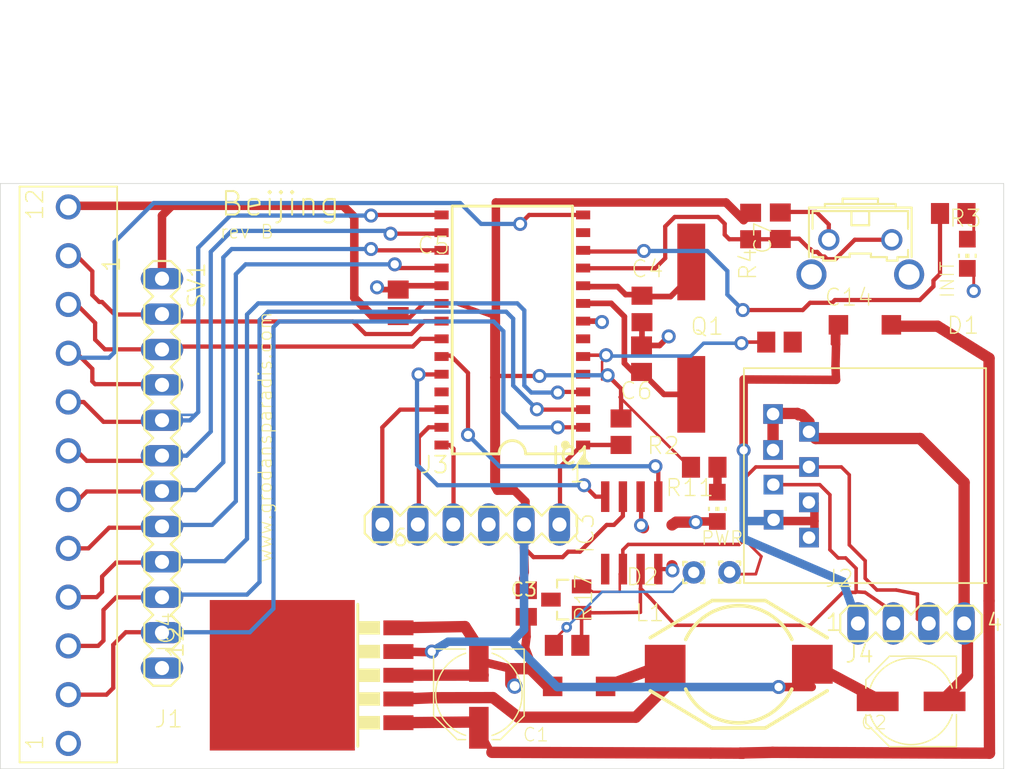
<source format=kicad_pcb>
(kicad_pcb (version 20171130) (host pcbnew 5.1.6+dfsg1-1)

  (general
    (thickness 1.6)
    (drawings 9)
    (tracks 522)
    (zones 0)
    (modules 31)
    (nets 38)
  )

  (page A4)
  (layers
    (0 Top signal)
    (1 Route2 signal)
    (2 Route3 signal)
    (3 Route14 signal)
    (4 Route15 signal)
    (31 Bottom signal)
    (32 B.Adhes user)
    (33 F.Adhes user)
    (34 B.Paste user)
    (35 F.Paste user)
    (36 B.SilkS user)
    (37 F.SilkS user)
    (38 B.Mask user)
    (39 F.Mask user)
    (40 Dwgs.User user)
    (41 Cmts.User user)
    (42 Eco1.User user)
    (43 Eco2.User user)
    (44 Edge.Cuts user)
    (45 Margin user)
    (46 B.CrtYd user)
    (47 F.CrtYd user)
    (48 B.Fab user)
    (49 F.Fab user)
  )

  (setup
    (last_trace_width 0.25)
    (trace_clearance 0.1778)
    (zone_clearance 0.508)
    (zone_45_only no)
    (trace_min 0.1778)
    (via_size 0.8)
    (via_drill 0.4)
    (via_min_size 0.4)
    (via_min_drill 0.3)
    (uvia_size 0.3)
    (uvia_drill 0.1)
    (uvias_allowed no)
    (uvia_min_size 0.2)
    (uvia_min_drill 0.1)
    (edge_width 0.05)
    (segment_width 0.2)
    (pcb_text_width 0.3)
    (pcb_text_size 1.5 1.5)
    (mod_edge_width 0.12)
    (mod_text_size 1 1)
    (mod_text_width 0.15)
    (pad_size 1.524 1.524)
    (pad_drill 0.762)
    (pad_to_mask_clearance 0.05)
    (aux_axis_origin 0 0)
    (visible_elements FFFFFF7F)
    (pcbplotparams
      (layerselection 0x010fc_ffffffff)
      (usegerberextensions false)
      (usegerberattributes true)
      (usegerberadvancedattributes true)
      (creategerberjobfile true)
      (excludeedgelayer true)
      (linewidth 0.100000)
      (plotframeref false)
      (viasonmask false)
      (mode 1)
      (useauxorigin false)
      (hpglpennumber 1)
      (hpglpenspeed 20)
      (hpglpendiameter 15.000000)
      (psnegative false)
      (psa4output false)
      (plotreference true)
      (plotvalue true)
      (plotinvisibletext false)
      (padsonsilk false)
      (subtractmaskfromsilk false)
      (outputformat 1)
      (mirror false)
      (drillshape 1)
      (scaleselection 1)
      (outputdirectory ""))
  )

  (net 0 "")
  (net 1 +12V)
  (net 2 VREF)
  (net 3 GND)
  (net 4 VCC)
  (net 5 "Net-(C1-Pad+)")
  (net 6 "Net-(D2-Pad2)")
  (net 7 "Net-(IC1-Pad24)")
  (net 8 VDD)
  (net 9 "Net-(IC1-Pad23)")
  (net 10 "Net-(D2-Pad1)")
  (net 11 VSS)
  (net 12 "Net-(IC1-Pad26)")
  (net 13 "Net-(IC1-Pad27)")
  (net 14 "Net-(IC1-Pad28)")
  (net 15 "Net-(IC1-Pad1)")
  (net 16 "Net-(C7-Pad2)")
  (net 17 "Net-(IC1-Pad25)")
  (net 18 /IO2)
  (net 19 /IO1)
  (net 20 /IO7)
  (net 21 /IO6)
  (net 22 /IO5)
  (net 23 /IO4)
  (net 24 /IO3)
  (net 25 "Net-(IC1-Pad13)")
  (net 26 "Net-(IC1-Pad12)")
  (net 27 "Net-(C4-Pad2)")
  (net 28 "Net-(C6-Pad2)")
  (net 29 "Net-(IC1-Pad7)")
  (net 30 "Net-(IC1-Pad5)")
  (net 31 /IO8)
  (net 32 /IO9)
  (net 33 /IO10)
  (net 34 "Net-(LED1-PadA)")
  (net 35 "Net-(D3-PadC)")
  (net 36 "Net-(LED2-PadA)")
  (net 37 "Net-(PAD1-Pad1)")

  (net_class Default "This is the default net class."
    (clearance 0.1778)
    (trace_width 0.25)
    (via_dia 0.8)
    (via_drill 0.4)
    (uvia_dia 0.3)
    (uvia_drill 0.1)
    (add_net +12V)
    (add_net /IO1)
    (add_net /IO10)
    (add_net /IO2)
    (add_net /IO3)
    (add_net /IO4)
    (add_net /IO5)
    (add_net /IO6)
    (add_net /IO7)
    (add_net /IO8)
    (add_net /IO9)
    (add_net GND)
    (add_net "Net-(C1-Pad+)")
    (add_net "Net-(C4-Pad2)")
    (add_net "Net-(C6-Pad2)")
    (add_net "Net-(C7-Pad2)")
    (add_net "Net-(D2-Pad1)")
    (add_net "Net-(D2-Pad2)")
    (add_net "Net-(D3-PadC)")
    (add_net "Net-(IC1-Pad1)")
    (add_net "Net-(IC1-Pad12)")
    (add_net "Net-(IC1-Pad13)")
    (add_net "Net-(IC1-Pad23)")
    (add_net "Net-(IC1-Pad24)")
    (add_net "Net-(IC1-Pad25)")
    (add_net "Net-(IC1-Pad26)")
    (add_net "Net-(IC1-Pad27)")
    (add_net "Net-(IC1-Pad28)")
    (add_net "Net-(IC1-Pad5)")
    (add_net "Net-(IC1-Pad7)")
    (add_net "Net-(LED1-PadA)")
    (add_net "Net-(LED2-PadA)")
    (add_net "Net-(PAD1-Pad1)")
    (add_net VCC)
    (add_net VDD)
    (add_net VREF)
    (add_net VSS)
  )

  (module beijing_rev_B:PANASONIC_D (layer Top) (tedit 0) (tstamp 5F999D5B)
    (at 146.8389 120.6594 270)
    (descr "<b>Panasonic Aluminium Electrolytic Capacitor VS-Serie Package D</b>")
    (path /051D5E36)
    (fp_text reference C1 (at 3.461 -3.0962) (layer F.SilkS)
      (effects (font (size 0.9652 0.9652) (thickness 0.077216)) (justify left bottom))
    )
    (fp_text value 100uF (at -1.75 1.975 270) (layer F.Fab) hide
      (effects (font (size 0.9652 0.9652) (thickness 0.08128)) (justify right top))
    )
    (fp_poly (pts (xy -2.15 -2.15) (xy -2.6 -1.6) (xy -2.9 -0.9) (xy -3.05 0)
      (xy -2.9 0.95) (xy -2.55 1.65) (xy -2.15 2.15) (xy -2.15 -2.1)) (layer F.Fab) (width 0))
    (fp_poly (pts (xy 3.05 0.35) (xy 3.65 0.35) (xy 3.65 -0.35) (xy 3.05 -0.35)) (layer F.Fab) (width 0))
    (fp_poly (pts (xy -3.65 0.35) (xy -3.05 0.35) (xy -3.05 -0.35) (xy -3.65 -0.35)) (layer F.Fab) (width 0))
    (fp_circle (center 0 0) (end 3.1 0) (layer F.Fab) (width 0.1016))
    (fp_line (start -2.1 -2.25) (end -2.1 2.2) (layer F.Fab) (width 0.1016))
    (fp_arc (start 0 0) (end -2.95 0.95) (angle -144.299363) (layer F.SilkS) (width 0.1016))
    (fp_arc (start 0 0) (end -2.95 -0.95) (angle 144.299363) (layer F.SilkS) (width 0.1016))
    (fp_line (start -3.25 3.25) (end -3.25 0.95) (layer F.SilkS) (width 0.1016))
    (fp_line (start 1.55 3.25) (end -3.25 3.25) (layer F.SilkS) (width 0.1016))
    (fp_line (start 3.25 1.55) (end 1.55 3.25) (layer F.SilkS) (width 0.1016))
    (fp_line (start 3.25 0.95) (end 3.25 1.55) (layer F.SilkS) (width 0.1016))
    (fp_line (start 3.25 -1.55) (end 3.25 -0.95) (layer F.SilkS) (width 0.1016))
    (fp_line (start 1.55 -3.25) (end 3.25 -1.55) (layer F.SilkS) (width 0.1016))
    (fp_line (start -3.25 -3.25) (end 1.55 -3.25) (layer F.SilkS) (width 0.1016))
    (fp_line (start -3.25 -0.95) (end -3.25 -3.25) (layer F.SilkS) (width 0.1016))
    (fp_line (start -3.25 3.25) (end -3.25 -3.25) (layer F.Fab) (width 0.1016))
    (fp_line (start 1.55 3.25) (end -3.25 3.25) (layer F.Fab) (width 0.1016))
    (fp_line (start 3.25 1.55) (end 1.55 3.25) (layer F.Fab) (width 0.1016))
    (fp_line (start 3.25 -1.55) (end 3.25 1.55) (layer F.Fab) (width 0.1016))
    (fp_line (start 1.55 -3.25) (end 3.25 -1.55) (layer F.Fab) (width 0.1016))
    (fp_line (start -3.25 -3.25) (end 1.55 -3.25) (layer F.Fab) (width 0.1016))
    (pad + smd rect (at 2.4 0 270) (size 3 1.4) (layers Top F.Paste F.Mask)
      (net 5 "Net-(C1-Pad+)") (solder_mask_margin 0.1016))
    (pad - smd rect (at -2.4 0 270) (size 3 1.4) (layers Top F.Paste F.Mask)
      (net 3 GND) (solder_mask_margin 0.1016))
  )

  (module beijing_rev_B:0805 (layer Top) (tedit 0) (tstamp 5F999D75)
    (at 150.2411 114.1436 90)
    (descr "<b>SMD CHIP CAP</b><p>\n0805, grid 0.0125 inch")
    (path /15F46D77)
    (fp_text reference C3 (at 0.4375 -1.2075) (layer F.SilkS)
      (effects (font (size 0.9652 0.9652) (thickness 0.135128)) (justify left bottom))
    )
    (fp_text value 100nF (at -0.9525 1.905 90) (layer F.Fab) hide
      (effects (font (size 0.77216 0.77216) (thickness 0.08128)) (justify left bottom))
    )
    (fp_poly (pts (xy -0.1588 0.4763) (xy 0.1588 0.4763) (xy 0.1588 -0.4763) (xy -0.1588 -0.4763)) (layer F.Adhes) (width 0))
    (fp_poly (pts (xy 0.3556 0.7239) (xy 1.1057 0.7239) (xy 1.1057 -0.7262) (xy 0.3556 -0.7262)) (layer F.Fab) (width 0))
    (fp_poly (pts (xy -1.0916 0.7239) (xy -0.3415 0.7239) (xy -0.3415 -0.7262) (xy -1.0916 -0.7262)) (layer F.Fab) (width 0))
    (fp_line (start -0.356 0.66) (end 0.381 0.66) (layer F.Fab) (width 0.1016))
    (fp_line (start -0.381 -0.66) (end 0.381 -0.66) (layer F.Fab) (width 0.1016))
    (pad 2 smd rect (at 0.9525 0 90) (size 1.27 1.524) (layers Top F.Paste F.Mask)
      (net 4 VCC) (solder_mask_margin 0.1016))
    (pad 1 smd rect (at -0.9525 0 90) (size 1.27 1.524) (layers Top F.Paste F.Mask)
      (net 3 GND) (solder_mask_margin 0.1016))
  )

  (module beijing_rev_B:SOD123 (layer Top) (tedit 0) (tstamp 5F999D7F)
    (at 174.5411 94.1436 180)
    (descr <b>Diode</b>)
    (path /D5DA4E14)
    (fp_text reference D1 (at -5.799 -0.749) (layer F.SilkS)
      (effects (font (size 1.2065 1.2065) (thickness 0.09652)) (justify left bottom))
    )
    (fp_text value 1N5819 (at -1.1 2.3 180) (layer F.Fab) hide
      (effects (font (size 1.2065 1.2065) (thickness 0.1016)) (justify right top))
    )
    (fp_poly (pts (xy -1.05 0.65) (xy -0.15 0.65) (xy -0.15 -0.7) (xy -1.05 -0.7)) (layer F.Fab) (width 0))
    (fp_poly (pts (xy 1.2 0.45) (xy 1.95 0.45) (xy 1.95 -0.4) (xy 1.2 -0.4)) (layer F.Fab) (width 0))
    (fp_poly (pts (xy -1.95 0.45) (xy -1.2 0.45) (xy -1.2 -0.4) (xy -1.95 -0.4)) (layer F.Fab) (width 0))
    (fp_line (start -1.1 0.7) (end -1.1 -0.7) (layer F.Fab) (width 0.254))
    (fp_line (start 1.1 0.7) (end -1.1 0.7) (layer F.Fab) (width 0.254))
    (fp_line (start 1.1 -0.7) (end 1.1 0.7) (layer F.Fab) (width 0.254))
    (fp_line (start -1.1 -0.7) (end 1.1 -0.7) (layer F.Fab) (width 0.254))
    (pad A smd rect (at 1.9 0 180) (size 1.4 1.4) (layers Top F.Paste F.Mask)
      (net 1 +12V) (solder_mask_margin 0.1016))
    (pad C smd rect (at -1.9 0 180) (size 1.4 1.4) (layers Top F.Paste F.Mask)
      (net 5 "Net-(C1-Pad+)") (solder_mask_margin 0.1016))
  )

  (module beijing_rev_B:SO-08 (layer Top) (tedit 0) (tstamp 5F999D8B)
    (at 157.8111 109.0736 180)
    (descr "<B>Small Outline Narrow Plastic Gull Wing</B><p>\n 150-mil body, package type SN")
    (path /5ED25CA7)
    (fp_text reference IC3 (at 2.627 -1.555 90) (layer F.SilkS)
      (effects (font (size 1.2065 1.2065) (thickness 0.09652)) (justify left bottom))
    )
    (fp_text value MCP2551SN (at 3.937 1.905 270) (layer F.Fab) hide
      (effects (font (size 1.2065 1.2065) (thickness 0.1016)) (justify right top))
    )
    (fp_poly (pts (xy -1 1) (xy 1 1) (xy 1 -1) (xy -1 -1)) (layer F.Adhes) (width 0))
    (fp_poly (pts (xy -2.1501 -2) (xy -1.6599 -2) (xy -1.6599 -3.1001) (xy -2.1501 -3.1001)) (layer F.Fab) (width 0))
    (fp_poly (pts (xy -0.8801 -2) (xy -0.3899 -2) (xy -0.3899 -3.1001) (xy -0.8801 -3.1001)) (layer F.Fab) (width 0))
    (fp_poly (pts (xy 0.3899 -2) (xy 0.8801 -2) (xy 0.8801 -3.1001) (xy 0.3899 -3.1001)) (layer F.Fab) (width 0))
    (fp_poly (pts (xy 1.6599 -2) (xy 2.1501 -2) (xy 2.1501 -3.1001) (xy 1.6599 -3.1001)) (layer F.Fab) (width 0))
    (fp_poly (pts (xy 1.6599 3.1001) (xy 2.1501 3.1001) (xy 2.1501 2) (xy 1.6599 2)) (layer F.Fab) (width 0))
    (fp_poly (pts (xy 0.3899 3.1001) (xy 0.8801 3.1001) (xy 0.8801 2) (xy 0.3899 2)) (layer F.Fab) (width 0))
    (fp_poly (pts (xy -0.8801 3.1001) (xy -0.3899 3.1001) (xy -0.3899 2) (xy -0.8801 2)) (layer F.Fab) (width 0))
    (fp_poly (pts (xy -2.1501 3.1001) (xy -1.6599 3.1001) (xy -1.6599 2) (xy -2.1501 2)) (layer F.Fab) (width 0))
    (fp_text user "JEDEC MS-012 AA" (at -1.905 -0.365 180) (layer Cmts.User)
      (effects (font (size 0.28956 0.28956) (thickness 0.024384)) (justify left bottom))
    )
    (fp_text user "IPC SO8" (at -1.905 0.635 180) (layer Cmts.User)
      (effects (font (size 0.38608 0.38608) (thickness 0.032512)) (justify left bottom))
    )
    (fp_line (start 2.4 1.4) (end -2.4 1.4) (layer F.Fab) (width 0.2032))
    (fp_line (start -2.4 -1.9) (end 2.4 -1.9) (layer F.Fab) (width 0.2032))
    (fp_line (start -2.4 1.4) (end -2.4 -1.9) (layer F.Fab) (width 0.2032))
    (fp_line (start -2.4 1.9) (end -2.4 1.4) (layer F.Fab) (width 0.2032))
    (fp_line (start 2.4 1.9) (end -2.4 1.9) (layer F.Fab) (width 0.2032))
    (fp_line (start 2.4 1.4) (end 2.4 1.9) (layer F.Fab) (width 0.2032))
    (fp_line (start 2.4 -1.9) (end 2.4 1.4) (layer F.Fab) (width 0.2032))
    (fp_line (start -2.9 3.9) (end -2.9 -3.9) (layer Dwgs.User) (width 0.1998))
    (fp_line (start 2.9 3.9) (end -2.9 3.9) (layer Dwgs.User) (width 0.1998))
    (fp_line (start 2.9 -3.9) (end 2.9 3.9) (layer Dwgs.User) (width 0.1998))
    (fp_line (start -2.9 -3.9) (end 2.9 -3.9) (layer Dwgs.User) (width 0.1998))
    (pad 5 smd rect (at 1.905 -2.6 180) (size 0.6 2.2) (layers Top F.Paste F.Mask)
      (net 2 VREF) (solder_mask_margin 0.1016))
    (pad 6 smd rect (at 0.635 -2.6 180) (size 0.6 2.2) (layers Top F.Paste F.Mask)
      (net 6 "Net-(D2-Pad2)") (solder_mask_margin 0.1016))
    (pad 8 smd rect (at -1.905 -2.6 180) (size 0.6 2.2) (layers Top F.Paste F.Mask)
      (net 3 GND) (solder_mask_margin 0.1016))
    (pad 4 smd rect (at 1.905 2.6 180) (size 0.6 2.2) (layers Top F.Paste F.Mask)
      (net 7 "Net-(IC1-Pad24)") (solder_mask_margin 0.1016))
    (pad 3 smd rect (at 0.635 2.6 180) (size 0.6 2.2) (layers Top F.Paste F.Mask)
      (net 8 VDD) (solder_mask_margin 0.1016))
    (pad 1 smd rect (at -1.905 2.6 180) (size 0.6 2.2) (layers Top F.Paste F.Mask)
      (net 9 "Net-(IC1-Pad23)") (solder_mask_margin 0.1016))
    (pad 7 smd rect (at -0.635 -2.6 180) (size 0.6 2.2) (layers Top F.Paste F.Mask)
      (net 10 "Net-(D2-Pad1)") (solder_mask_margin 0.1016))
    (pad 2 smd rect (at -0.635 2.6 180) (size 0.6 2.2) (layers Top F.Paste F.Mask)
      (net 11 VSS) (solder_mask_margin 0.1016))
  )

  (module beijing_rev_B:MA06-1 (layer Top) (tedit 0) (tstamp 5F999DAC)
    (at 146.2711 108.4736 180)
    (descr "<b>PIN HEADER</b>")
    (path /D6A0AFFD)
    (fp_text reference J3 (at 3.74 3.579) (layer F.SilkS)
      (effects (font (size 1.2065 1.2065) (thickness 0.12065)) (justify left bottom))
    )
    (fp_text value MA06-1 (at -2.54 2.921) (layer F.Fab)
      (effects (font (size 1.2065 1.2065) (thickness 0.12065)) (justify left bottom))
    )
    (fp_poly (pts (xy 6.096 0.254) (xy 6.604 0.254) (xy 6.604 -0.254) (xy 6.096 -0.254)) (layer F.Fab) (width 0))
    (fp_poly (pts (xy 1.016 0.254) (xy 1.524 0.254) (xy 1.524 -0.254) (xy 1.016 -0.254)) (layer F.Fab) (width 0))
    (fp_poly (pts (xy 3.556 0.254) (xy 4.064 0.254) (xy 4.064 -0.254) (xy 3.556 -0.254)) (layer F.Fab) (width 0))
    (fp_poly (pts (xy -1.524 0.254) (xy -1.016 0.254) (xy -1.016 -0.254) (xy -1.524 -0.254)) (layer F.Fab) (width 0))
    (fp_poly (pts (xy -6.604 0.254) (xy -6.096 0.254) (xy -6.096 -0.254) (xy -6.604 -0.254)) (layer F.Fab) (width 0))
    (fp_poly (pts (xy -4.064 0.254) (xy -3.556 0.254) (xy -3.556 -0.254) (xy -4.064 -0.254)) (layer F.Fab) (width 0))
    (fp_text user 6 (at 5.715 -1.651 180) (layer F.SilkS)
      (effects (font (size 1.2065 1.2065) (thickness 0.127)) (justify left bottom))
    )
    (fp_text user 1 (at -6.985 2.921 180) (layer F.SilkS)
      (effects (font (size 1.2065 1.2065) (thickness 0.127)) (justify left bottom))
    )
    (fp_line (start 7.62 -0.635) (end 7.62 0.635) (layer F.SilkS) (width 0.1524))
    (fp_line (start 5.715 1.27) (end 5.08 0.635) (layer F.SilkS) (width 0.1524))
    (fp_line (start 6.985 1.27) (end 5.715 1.27) (layer F.SilkS) (width 0.1524))
    (fp_line (start 7.62 0.635) (end 6.985 1.27) (layer F.SilkS) (width 0.1524))
    (fp_line (start 6.985 -1.27) (end 7.62 -0.635) (layer F.SilkS) (width 0.1524))
    (fp_line (start 5.715 -1.27) (end 6.985 -1.27) (layer F.SilkS) (width 0.1524))
    (fp_line (start 5.08 -0.635) (end 5.715 -1.27) (layer F.SilkS) (width 0.1524))
    (fp_line (start 1.905 1.27) (end 0.635 1.27) (layer F.SilkS) (width 0.1524))
    (fp_line (start 0 0.635) (end 0.635 1.27) (layer F.SilkS) (width 0.1524))
    (fp_line (start 0.635 -1.27) (end 0 -0.635) (layer F.SilkS) (width 0.1524))
    (fp_line (start 3.175 1.27) (end 2.54 0.635) (layer F.SilkS) (width 0.1524))
    (fp_line (start 4.445 1.27) (end 3.175 1.27) (layer F.SilkS) (width 0.1524))
    (fp_line (start 5.08 0.635) (end 4.445 1.27) (layer F.SilkS) (width 0.1524))
    (fp_line (start 4.445 -1.27) (end 5.08 -0.635) (layer F.SilkS) (width 0.1524))
    (fp_line (start 3.175 -1.27) (end 4.445 -1.27) (layer F.SilkS) (width 0.1524))
    (fp_line (start 2.54 -0.635) (end 3.175 -1.27) (layer F.SilkS) (width 0.1524))
    (fp_line (start 2.54 0.635) (end 1.905 1.27) (layer F.SilkS) (width 0.1524))
    (fp_line (start 1.905 -1.27) (end 2.54 -0.635) (layer F.SilkS) (width 0.1524))
    (fp_line (start 0.635 -1.27) (end 1.905 -1.27) (layer F.SilkS) (width 0.1524))
    (fp_line (start -1.905 1.27) (end -2.54 0.635) (layer F.SilkS) (width 0.1524))
    (fp_line (start -0.635 1.27) (end -1.905 1.27) (layer F.SilkS) (width 0.1524))
    (fp_line (start 0 0.635) (end -0.635 1.27) (layer F.SilkS) (width 0.1524))
    (fp_line (start -0.635 -1.27) (end 0 -0.635) (layer F.SilkS) (width 0.1524))
    (fp_line (start -1.905 -1.27) (end -0.635 -1.27) (layer F.SilkS) (width 0.1524))
    (fp_line (start -2.54 -0.635) (end -1.905 -1.27) (layer F.SilkS) (width 0.1524))
    (fp_line (start -5.715 1.27) (end -6.985 1.27) (layer F.SilkS) (width 0.1524))
    (fp_line (start -7.62 0.635) (end -6.985 1.27) (layer F.SilkS) (width 0.1524))
    (fp_line (start -6.985 -1.27) (end -7.62 -0.635) (layer F.SilkS) (width 0.1524))
    (fp_line (start -7.62 -0.635) (end -7.62 0.635) (layer F.SilkS) (width 0.1524))
    (fp_line (start -4.445 1.27) (end -5.08 0.635) (layer F.SilkS) (width 0.1524))
    (fp_line (start -3.175 1.27) (end -4.445 1.27) (layer F.SilkS) (width 0.1524))
    (fp_line (start -2.54 0.635) (end -3.175 1.27) (layer F.SilkS) (width 0.1524))
    (fp_line (start -3.175 -1.27) (end -2.54 -0.635) (layer F.SilkS) (width 0.1524))
    (fp_line (start -4.445 -1.27) (end -3.175 -1.27) (layer F.SilkS) (width 0.1524))
    (fp_line (start -5.08 -0.635) (end -4.445 -1.27) (layer F.SilkS) (width 0.1524))
    (fp_line (start -5.08 0.635) (end -5.715 1.27) (layer F.SilkS) (width 0.1524))
    (fp_line (start -5.715 -1.27) (end -5.08 -0.635) (layer F.SilkS) (width 0.1524))
    (fp_line (start -6.985 -1.27) (end -5.715 -1.27) (layer F.SilkS) (width 0.1524))
    (pad 6 thru_hole oval (at 6.35 0 270) (size 3.048 1.524) (drill 1.016) (layers *.Cu *.Mask)
      (net 12 "Net-(IC1-Pad26)") (solder_mask_margin 0.1016))
    (pad 5 thru_hole oval (at 3.81 0 270) (size 3.048 1.524) (drill 1.016) (layers *.Cu *.Mask)
      (net 13 "Net-(IC1-Pad27)") (solder_mask_margin 0.1016))
    (pad 4 thru_hole oval (at 1.27 0 270) (size 3.048 1.524) (drill 1.016) (layers *.Cu *.Mask)
      (net 14 "Net-(IC1-Pad28)") (solder_mask_margin 0.1016))
    (pad 3 thru_hole oval (at -1.27 0 270) (size 3.048 1.524) (drill 1.016) (layers *.Cu *.Mask)
      (net 3 GND) (solder_mask_margin 0.1016))
    (pad 2 thru_hole oval (at -3.81 0 270) (size 3.048 1.524) (drill 1.016) (layers *.Cu *.Mask)
      (net 4 VCC) (solder_mask_margin 0.1016))
    (pad 1 thru_hole oval (at -6.35 0 270) (size 3.048 1.524) (drill 1.016) (layers *.Cu *.Mask)
      (net 15 "Net-(IC1-Pad1)") (solder_mask_margin 0.1016))
  )

  (module beijing_rev_B:B3F-31XX (layer Top) (tedit 0) (tstamp 5F999DE3)
    (at 174.2111 89.2836 180)
    (descr "<b>OMRON SWITCH</b>")
    (path /CEBFFD5E)
    (fp_text reference S1 (at -2.54 -2.54 180) (layer F.SilkS) hide
      (effects (font (size 1.2065 1.2065) (thickness 0.127)) (justify right top))
    )
    (fp_text value 31-XX (at -3.683 5.969) (layer F.Fab)
      (effects (font (size 1.2065 1.2065) (thickness 0.12065)) (justify left bottom))
    )
    (fp_line (start 3.429 0.508) (end 3.429 0) (layer F.SilkS) (width 0.1524))
    (fp_line (start 3.429 0.508) (end 3.429 2.032) (layer F.Fab) (width 0.1524))
    (fp_line (start 3.429 2.032) (end 3.429 3.302) (layer F.SilkS) (width 0.1524))
    (fp_line (start -3.429 2.032) (end -3.429 3.302) (layer F.SilkS) (width 0.1524))
    (fp_line (start -3.429 0.508) (end -3.429 0) (layer F.SilkS) (width 0.1524))
    (fp_line (start -3.429 0.508) (end -3.429 2.032) (layer F.Fab) (width 0.1524))
    (fp_line (start 0 1.651) (end 0.254 1.651) (layer F.Fab) (width 0.1524))
    (fp_line (start -0.254 1.651) (end 0 1.651) (layer F.Fab) (width 0.1524))
    (fp_line (start 0 1.27) (end 0 1.651) (layer F.Fab) (width 0.1524))
    (fp_line (start 0.508 0.889) (end 1.651 0.889) (layer F.Fab) (width 0.1524))
    (fp_line (start -0.762 0.889) (end 0.508 1.27) (layer F.Fab) (width 0.1524))
    (fp_line (start -1.651 0.889) (end -0.762 0.889) (layer F.Fab) (width 0.1524))
    (fp_line (start 2.667 0) (end 3.429 0) (layer F.SilkS) (width 0.1524))
    (fp_line (start 2.667 0) (end 2.667 -0.254) (layer F.SilkS) (width 0.1524))
    (fp_line (start 1.778 -0.254) (end 2.667 -0.254) (layer F.SilkS) (width 0.1524))
    (fp_line (start 1.778 0) (end 1.778 -0.254) (layer F.SilkS) (width 0.1524))
    (fp_line (start 0.762 0) (end 1.778 0) (layer F.SilkS) (width 0.1524))
    (fp_line (start 0.762 0) (end 0.762 0.254) (layer F.SilkS) (width 0.1524))
    (fp_line (start -0.762 0.254) (end 0.762 0.254) (layer F.SilkS) (width 0.1524))
    (fp_line (start -0.762 0.254) (end -0.762 0) (layer F.SilkS) (width 0.1524))
    (fp_line (start -1.905 0) (end -0.762 0) (layer F.SilkS) (width 0.1524))
    (fp_line (start -1.905 0) (end -1.905 -0.254) (layer F.SilkS) (width 0.1524))
    (fp_line (start -2.667 -0.254) (end -1.905 -0.254) (layer F.SilkS) (width 0.1524))
    (fp_line (start -2.667 -0.254) (end -2.667 0) (layer F.SilkS) (width 0.1524))
    (fp_line (start -3.429 0) (end -2.667 0) (layer F.SilkS) (width 0.1524))
    (fp_line (start 0.635 3.302) (end 3.429 3.302) (layer F.SilkS) (width 0.1524))
    (fp_line (start 0.635 3.302) (end 0.635 2.286) (layer F.SilkS) (width 0.1524))
    (fp_line (start -0.635 2.286) (end 0.635 2.286) (layer F.SilkS) (width 0.1524))
    (fp_line (start -0.635 3.302) (end 0.635 3.302) (layer F.SilkS) (width 0.1524))
    (fp_line (start -0.635 3.302) (end -0.635 2.286) (layer F.SilkS) (width 0.1524))
    (fp_line (start 1.27 3.81) (end 2.54 3.81) (layer F.SilkS) (width 0.1524))
    (fp_line (start 1.27 3.81) (end 1.27 4.191) (layer F.SilkS) (width 0.1524))
    (fp_line (start -1.27 4.191) (end 1.27 4.191) (layer F.SilkS) (width 0.1524))
    (fp_line (start -1.27 3.81) (end 1.27 3.81) (layer F.SilkS) (width 0.1524))
    (fp_line (start -1.27 3.81) (end -1.27 4.191) (layer F.SilkS) (width 0.1524))
    (fp_line (start 2.54 3.556) (end -3.683 3.556) (layer F.SilkS) (width 0.1524))
    (fp_line (start 2.54 3.556) (end 2.54 3.81) (layer F.SilkS) (width 0.1524))
    (fp_line (start -2.54 3.81) (end -1.27 3.81) (layer F.SilkS) (width 0.1524))
    (fp_line (start -2.54 3.556) (end -2.54 3.81) (layer F.SilkS) (width 0.1524))
    (fp_line (start 3.429 -2.667) (end 3.683 -2.667) (layer F.Fab) (width 0.1524))
    (fp_line (start 3.429 0) (end 3.429 -2.667) (layer F.Fab) (width 0.1524))
    (fp_line (start -3.429 3.302) (end -0.635 3.302) (layer F.SilkS) (width 0.1524))
    (fp_line (start -3.429 -2.667) (end -3.429 0) (layer F.Fab) (width 0.1524))
    (fp_line (start -3.683 -2.667) (end -3.429 -2.667) (layer F.Fab) (width 0.1524))
    (fp_line (start -3.683 0) (end -3.683 -2.667) (layer F.Fab) (width 0.1524))
    (fp_line (start -3.683 0) (end -3.683 3.556) (layer F.SilkS) (width 0.1524))
    (fp_line (start 3.683 3.556) (end 2.54 3.556) (layer F.SilkS) (width 0.1524))
    (fp_line (start 3.683 0) (end 3.683 3.556) (layer F.SilkS) (width 0.1524))
    (fp_line (start 3.683 -2.667) (end 3.683 0) (layer F.Fab) (width 0.1524))
    (pad 4 thru_hole circle (at 3.5052 -1.2446 180) (size 2.159 2.159) (drill 1.4986) (layers *.Cu *.Mask)
      (solder_mask_margin 0.1016))
    (pad 3 thru_hole circle (at -3.5052 -1.2446 180) (size 2.159 2.159) (drill 1.4986) (layers *.Cu *.Mask)
      (solder_mask_margin 0.1016))
    (pad 2 thru_hole circle (at 2.2606 1.2446 180) (size 1.524 1.524) (drill 1.016) (layers *.Cu *.Mask)
      (net 3 GND) (solder_mask_margin 0.1016))
    (pad 1 thru_hole circle (at -2.2606 1.2446 180) (size 1.524 1.524) (drill 1.016) (layers *.Cu *.Mask)
      (net 16 "Net-(C7-Pad2)") (solder_mask_margin 0.1016))
  )

  (module beijing_rev_B:SO28 (layer Top) (tedit 0) (tstamp 5F999E1B)
    (at 149.2411 94.5136 90)
    (descr "28 pin SOIC")
    (path /62BCAD05)
    (fp_text reference IC1 (at -9.7316 2.7006) (layer F.SilkS)
      (effects (font (size 1.2065 1.2065) (thickness 0.19304)) (justify left bottom))
    )
    (fp_text value PIC18F2580 (at -8.636 -1.905 90) (layer F.Fab) hide
      (effects (font (size 1.2065 1.2065) (thickness 0.2032)) (justify left bottom))
    )
    (fp_poly (pts (xy -8.89 5.08) (xy -9.652 4.572) (xy -9.652 5.588)) (layer F.SilkS) (width 0))
    (fp_circle (center -8.255 3.81) (end -8.09625 3.81) (layer F.SilkS) (width 0.3175))
    (fp_arc (start -8.89 0) (end -8.89 -0.9525) (angle 180) (layer F.SilkS) (width 0.2032))
    (fp_line (start -8.89 4.318) (end 8.89 4.318) (layer F.SilkS) (width 0.2032))
    (fp_line (start -8.89 0.9525) (end -8.89 4.318) (layer F.SilkS) (width 0.2032))
    (fp_line (start -8.89 -4.318) (end -8.89 -0.9525) (layer F.SilkS) (width 0.2032))
    (fp_line (start 8.89 -4.318) (end -8.89 -4.318) (layer F.SilkS) (width 0.2032))
    (fp_line (start 8.89 4.318) (end 8.89 -4.318) (layer F.SilkS) (width 0.2032))
    (pad 28 smd rect (at -8.255 -5.08 90) (size 0.635 1.016) (layers Top F.Paste F.Mask)
      (net 14 "Net-(IC1-Pad28)") (solder_mask_margin 0.1016))
    (pad 27 smd rect (at -6.985 -5.08 90) (size 0.635 1.016) (layers Top F.Paste F.Mask)
      (net 13 "Net-(IC1-Pad27)") (solder_mask_margin 0.1016))
    (pad 26 smd rect (at -5.715 -5.08 90) (size 0.635 1.016) (layers Top F.Paste F.Mask)
      (net 12 "Net-(IC1-Pad26)") (solder_mask_margin 0.1016))
    (pad 25 smd rect (at -4.445 -5.08 90) (size 0.635 1.016) (layers Top F.Paste F.Mask)
      (net 17 "Net-(IC1-Pad25)") (solder_mask_margin 0.1016))
    (pad 24 smd rect (at -3.175 -5.08 90) (size 0.635 1.016) (layers Top F.Paste F.Mask)
      (net 7 "Net-(IC1-Pad24)") (solder_mask_margin 0.1016))
    (pad 23 smd rect (at -1.905 -5.08 90) (size 0.635 1.016) (layers Top F.Paste F.Mask)
      (net 9 "Net-(IC1-Pad23)") (solder_mask_margin 0.1016))
    (pad 22 smd rect (at -0.635 -5.08 90) (size 0.635 1.016) (layers Top F.Paste F.Mask)
      (net 18 /IO2) (solder_mask_margin 0.1016))
    (pad 21 smd rect (at 0.635 -5.08 90) (size 0.635 1.016) (layers Top F.Paste F.Mask)
      (net 19 /IO1) (solder_mask_margin 0.1016))
    (pad 20 smd rect (at 1.905 -5.08 90) (size 0.635 1.016) (layers Top F.Paste F.Mask)
      (net 4 VCC) (solder_mask_margin 0.1016))
    (pad 19 smd rect (at 3.175 -5.08 90) (size 0.635 1.016) (layers Top F.Paste F.Mask)
      (net 3 GND) (solder_mask_margin 0.1016))
    (pad 18 smd rect (at 4.445 -5.08 90) (size 0.635 1.016) (layers Top F.Paste F.Mask)
      (net 20 /IO7) (solder_mask_margin 0.1016))
    (pad 17 smd rect (at 5.715 -5.08 90) (size 0.635 1.016) (layers Top F.Paste F.Mask)
      (net 21 /IO6) (solder_mask_margin 0.1016))
    (pad 16 smd rect (at 6.985 -5.08 90) (size 0.635 1.016) (layers Top F.Paste F.Mask)
      (net 22 /IO5) (solder_mask_margin 0.1016))
    (pad 15 smd rect (at 8.255 -5.08 90) (size 0.635 1.016) (layers Top F.Paste F.Mask)
      (net 23 /IO4) (solder_mask_margin 0.1016))
    (pad 14 smd rect (at 8.255 5.08 90) (size 0.635 1.016) (layers Top F.Paste F.Mask)
      (net 24 /IO3) (solder_mask_margin 0.1016))
    (pad 13 smd rect (at 6.985 5.08 90) (size 0.635 1.016) (layers Top F.Paste F.Mask)
      (net 25 "Net-(IC1-Pad13)") (solder_mask_margin 0.1016))
    (pad 12 smd rect (at 5.715 5.08 90) (size 0.635 1.016) (layers Top F.Paste F.Mask)
      (net 26 "Net-(IC1-Pad12)") (solder_mask_margin 0.1016))
    (pad 11 smd rect (at 4.445 5.08 90) (size 0.635 1.016) (layers Top F.Paste F.Mask)
      (net 16 "Net-(C7-Pad2)") (solder_mask_margin 0.1016))
    (pad 10 smd rect (at 3.175 5.08 90) (size 0.635 1.016) (layers Top F.Paste F.Mask)
      (net 27 "Net-(C4-Pad2)") (solder_mask_margin 0.1016))
    (pad 9 smd rect (at 1.905 5.08 90) (size 0.635 1.016) (layers Top F.Paste F.Mask)
      (net 28 "Net-(C6-Pad2)") (solder_mask_margin 0.1016))
    (pad 8 smd rect (at 0.635 5.08 90) (size 0.635 1.016) (layers Top F.Paste F.Mask)
      (net 3 GND) (solder_mask_margin 0.1016))
    (pad 7 smd rect (at -0.635 5.08 90) (size 0.635 1.016) (layers Top F.Paste F.Mask)
      (net 29 "Net-(IC1-Pad7)") (solder_mask_margin 0.1016))
    (pad 6 smd rect (at -1.905 5.08 90) (size 0.635 1.016) (layers Top F.Paste F.Mask)
      (net 4 VCC) (solder_mask_margin 0.1016))
    (pad 5 smd rect (at -3.175 5.08 90) (size 0.635 1.016) (layers Top F.Paste F.Mask)
      (net 30 "Net-(IC1-Pad5)") (solder_mask_margin 0.1016))
    (pad 4 smd rect (at -4.445 5.08 90) (size 0.635 1.016) (layers Top F.Paste F.Mask)
      (net 31 /IO8) (solder_mask_margin 0.1016))
    (pad 3 smd rect (at -5.715 5.08 90) (size 0.635 1.016) (layers Top F.Paste F.Mask)
      (net 32 /IO9) (solder_mask_margin 0.1016))
    (pad 2 smd rect (at -6.985 5.08 90) (size 0.635 1.016) (layers Top F.Paste F.Mask)
      (net 33 /IO10) (solder_mask_margin 0.1016))
    (pad 1 smd rect (at -8.255 5.08 90) (size 0.635 1.016) (layers Top F.Paste F.Mask)
      (net 15 "Net-(IC1-Pad1)") (solder_mask_margin 0.1016))
  )

  (module beijing_rev_B:R0805 (layer Top) (tedit 0) (tstamp 5F999E42)
    (at 157.0411 101.8136 90)
    (descr <b>RESISTOR</b><p>)
    (path /748ED202)
    (fp_text reference R2 (at -1.7092 1.788) (layer F.SilkS)
      (effects (font (size 1.2065 1.2065) (thickness 0.09652)) (justify left bottom))
    )
    (fp_text value 10K (at -0.635 2.54 90) (layer F.Fab) hide
      (effects (font (size 1.2065 1.2065) (thickness 0.1016)) (justify left bottom))
    )
    (fp_poly (pts (xy -0.1999 0.5001) (xy 0.1999 0.5001) (xy 0.1999 -0.5001) (xy -0.1999 -0.5001)) (layer F.Adhes) (width 0))
    (fp_poly (pts (xy -1.0668 0.6985) (xy -0.4168 0.6985) (xy -0.4168 -0.7015) (xy -1.0668 -0.7015)) (layer F.Fab) (width 0))
    (fp_poly (pts (xy 0.4064 0.6985) (xy 1.0564 0.6985) (xy 1.0564 -0.7015) (xy 0.4064 -0.7015)) (layer F.Fab) (width 0))
    (fp_line (start -1.973 0.983) (end -1.973 -0.983) (layer Dwgs.User) (width 0.0508))
    (fp_line (start 1.973 0.983) (end -1.973 0.983) (layer Dwgs.User) (width 0.0508))
    (fp_line (start 1.973 -0.983) (end 1.973 0.983) (layer Dwgs.User) (width 0.0508))
    (fp_line (start -1.973 -0.983) (end 1.973 -0.983) (layer Dwgs.User) (width 0.0508))
    (fp_line (start -0.41 0.635) (end 0.41 0.635) (layer F.Fab) (width 0.1524))
    (fp_line (start -0.41 -0.635) (end 0.41 -0.635) (layer F.Fab) (width 0.1524))
    (pad 2 smd rect (at 0.95 0 90) (size 1.3 1.5) (layers Top F.Paste F.Mask)
      (net 4 VCC) (solder_mask_margin 0.1016))
    (pad 1 smd rect (at -0.95 0 90) (size 1.3 1.5) (layers Top F.Paste F.Mask)
      (net 15 "Net-(IC1-Pad1)") (solder_mask_margin 0.1016))
  )

  (module beijing_rev_B:R0805 (layer Top) (tedit 0) (tstamp 5F999E50)
    (at 180.8811 86.1536 180)
    (descr <b>RESISTOR</b><p>)
    (path /2DC20805)
    (fp_text reference R3 (at 0.368 -1.056) (layer F.SilkS)
      (effects (font (size 1.2065 1.2065) (thickness 0.09652)) (justify left bottom))
    )
    (fp_text value 1K (at -0.635 2.54 180) (layer F.Fab) hide
      (effects (font (size 1.2065 1.2065) (thickness 0.1016)) (justify right top))
    )
    (fp_poly (pts (xy -0.1999 0.5001) (xy 0.1999 0.5001) (xy 0.1999 -0.5001) (xy -0.1999 -0.5001)) (layer F.Adhes) (width 0))
    (fp_poly (pts (xy -1.0668 0.6985) (xy -0.4168 0.6985) (xy -0.4168 -0.7015) (xy -1.0668 -0.7015)) (layer F.Fab) (width 0))
    (fp_poly (pts (xy 0.4064 0.6985) (xy 1.0564 0.6985) (xy 1.0564 -0.7015) (xy 0.4064 -0.7015)) (layer F.Fab) (width 0))
    (fp_line (start -1.973 0.983) (end -1.973 -0.983) (layer Dwgs.User) (width 0.0508))
    (fp_line (start 1.973 0.983) (end -1.973 0.983) (layer Dwgs.User) (width 0.0508))
    (fp_line (start 1.973 -0.983) (end 1.973 0.983) (layer Dwgs.User) (width 0.0508))
    (fp_line (start -1.973 -0.983) (end 1.973 -0.983) (layer Dwgs.User) (width 0.0508))
    (fp_line (start -0.41 0.635) (end 0.41 0.635) (layer F.Fab) (width 0.1524))
    (fp_line (start -0.41 -0.635) (end 0.41 -0.635) (layer F.Fab) (width 0.1524))
    (pad 2 smd rect (at 0.95 0 180) (size 1.3 1.5) (layers Top F.Paste F.Mask)
      (net 26 "Net-(IC1-Pad12)") (solder_mask_margin 0.1016))
    (pad 1 smd rect (at -0.95 0 180) (size 1.3 1.5) (layers Top F.Paste F.Mask)
      (net 34 "Net-(LED1-PadA)") (solder_mask_margin 0.1016))
  )

  (module beijing_rev_B:R0805 (layer Top) (tedit 0) (tstamp 5F999E5E)
    (at 166.3411 87.0536 90)
    (descr <b>RESISTOR</b><p>)
    (path /6DEE1610)
    (fp_text reference R4 (at -3.972 0.504 90) (layer F.SilkS)
      (effects (font (size 1.2065 1.2065) (thickness 0.09652)) (justify left bottom))
    )
    (fp_text value 10K (at -0.635 2.54 90) (layer F.Fab) hide
      (effects (font (size 1.2065 1.2065) (thickness 0.1016)) (justify left bottom))
    )
    (fp_poly (pts (xy -0.1999 0.5001) (xy 0.1999 0.5001) (xy 0.1999 -0.5001) (xy -0.1999 -0.5001)) (layer F.Adhes) (width 0))
    (fp_poly (pts (xy -1.0668 0.6985) (xy -0.4168 0.6985) (xy -0.4168 -0.7015) (xy -1.0668 -0.7015)) (layer F.Fab) (width 0))
    (fp_poly (pts (xy 0.4064 0.6985) (xy 1.0564 0.6985) (xy 1.0564 -0.7015) (xy 0.4064 -0.7015)) (layer F.Fab) (width 0))
    (fp_line (start -1.973 0.983) (end -1.973 -0.983) (layer Dwgs.User) (width 0.0508))
    (fp_line (start 1.973 0.983) (end -1.973 0.983) (layer Dwgs.User) (width 0.0508))
    (fp_line (start 1.973 -0.983) (end 1.973 0.983) (layer Dwgs.User) (width 0.0508))
    (fp_line (start -1.973 -0.983) (end 1.973 -0.983) (layer Dwgs.User) (width 0.0508))
    (fp_line (start -0.41 0.635) (end 0.41 0.635) (layer F.Fab) (width 0.1524))
    (fp_line (start -0.41 -0.635) (end 0.41 -0.635) (layer F.Fab) (width 0.1524))
    (pad 2 smd rect (at 0.95 0 90) (size 1.3 1.5) (layers Top F.Paste F.Mask)
      (net 4 VCC) (solder_mask_margin 0.1016))
    (pad 1 smd rect (at -0.95 0 90) (size 1.3 1.5) (layers Top F.Paste F.Mask)
      (net 16 "Net-(C7-Pad2)") (solder_mask_margin 0.1016))
  )

  (module beijing_rev_B:C0805 (layer Top) (tedit 0) (tstamp 5F999E6C)
    (at 141.0511 92.5636 90)
    (descr <b>CAPACITOR</b><p>)
    (path /295533C0)
    (fp_text reference C5 (at 3.414 1.299) (layer F.SilkS)
      (effects (font (size 1.2065 1.2065) (thickness 0.09652)) (justify left bottom))
    )
    (fp_text value 0.1uF (at -1.27 2.54 90) (layer F.Fab) hide
      (effects (font (size 1.2065 1.2065) (thickness 0.1016)) (justify left bottom))
    )
    (fp_poly (pts (xy -0.1001 0.4001) (xy 0.1001 0.4001) (xy 0.1001 -0.4001) (xy -0.1001 -0.4001)) (layer F.Adhes) (width 0))
    (fp_poly (pts (xy 0.3556 0.7239) (xy 1.1057 0.7239) (xy 1.1057 -0.7262) (xy 0.3556 -0.7262)) (layer F.Fab) (width 0))
    (fp_poly (pts (xy -1.0922 0.7239) (xy -0.3421 0.7239) (xy -0.3421 -0.7262) (xy -1.0922 -0.7262)) (layer F.Fab) (width 0))
    (fp_line (start 1.973 -0.983) (end 1.973 0.983) (layer Dwgs.User) (width 0.0508))
    (fp_line (start -0.356 0.66) (end 0.381 0.66) (layer F.Fab) (width 0.1016))
    (fp_line (start -0.381 -0.66) (end 0.381 -0.66) (layer F.Fab) (width 0.1016))
    (fp_line (start -1.973 0.983) (end -1.973 -0.983) (layer Dwgs.User) (width 0.0508))
    (fp_line (start 1.973 0.983) (end -1.973 0.983) (layer Dwgs.User) (width 0.0508))
    (fp_line (start -1.973 -0.983) (end 1.973 -0.983) (layer Dwgs.User) (width 0.0508))
    (pad 2 smd rect (at 0.95 0 90) (size 1.3 1.5) (layers Top F.Paste F.Mask)
      (net 3 GND) (solder_mask_margin 0.1016))
    (pad 1 smd rect (at -0.95 0 90) (size 1.3 1.5) (layers Top F.Paste F.Mask)
      (net 4 VCC) (solder_mask_margin 0.1016))
  )

  (module beijing_rev_B:SOT23 (layer Top) (tedit 0) (tstamp 5F999E7A)
    (at 153.1111 113.8636 90)
    (descr <B>DIODE</B>)
    (path /4B92C5BF)
    (fp_text reference D2 (at 0.925 4.215) (layer F.SilkS)
      (effects (font (size 1.2065 1.2065) (thickness 0.09652)) (justify left bottom))
    )
    (fp_text value NUP2105L (at -1.905 3.175 90) (layer F.Fab) hide
      (effects (font (size 1.2065 1.2065) (thickness 0.1016)) (justify left bottom))
    )
    (fp_poly (pts (xy -1.1684 1.2954) (xy -0.7112 1.2954) (xy -0.7112 0.7112) (xy -1.1684 0.7112)) (layer F.Fab) (width 0))
    (fp_poly (pts (xy 0.7112 1.2954) (xy 1.1684 1.2954) (xy 1.1684 0.7112) (xy 0.7112 0.7112)) (layer F.Fab) (width 0))
    (fp_poly (pts (xy -0.2286 -0.7112) (xy 0.2286 -0.7112) (xy 0.2286 -1.2954) (xy -0.2286 -1.2954)) (layer F.Fab) (width 0))
    (fp_line (start 0.8636 -0.6604) (end 1.4224 -0.6604) (layer F.SilkS) (width 0.1524))
    (fp_line (start 1.4224 -0.6604) (end 1.4224 0.1524) (layer F.SilkS) (width 0.1524))
    (fp_line (start -1.4224 -0.6604) (end -0.8636 -0.6604) (layer F.SilkS) (width 0.1524))
    (fp_line (start -1.4224 0.1524) (end -1.4224 -0.6604) (layer F.SilkS) (width 0.1524))
    (fp_line (start -1.4224 -0.6604) (end 1.4224 -0.6604) (layer F.Fab) (width 0.1524))
    (fp_line (start -1.4224 0.6604) (end -1.4224 -0.6604) (layer F.Fab) (width 0.1524))
    (fp_line (start 1.4224 0.6604) (end -1.4224 0.6604) (layer F.Fab) (width 0.1524))
    (fp_line (start 1.4224 -0.6604) (end 1.4224 0.6604) (layer F.Fab) (width 0.1524))
    (pad 1 smd rect (at -0.95 1.1 90) (size 1 1.4) (layers Top F.Paste F.Mask)
      (net 10 "Net-(D2-Pad1)") (solder_mask_margin 0.1016))
    (pad 2 smd rect (at 0.95 1.1 90) (size 1 1.4) (layers Top F.Paste F.Mask)
      (net 6 "Net-(D2-Pad2)") (solder_mask_margin 0.1016))
    (pad 3 smd rect (at 0 -1.1 90) (size 1 1.4) (layers Top F.Paste F.Mask)
      (net 3 GND) (solder_mask_margin 0.1016))
  )

  (module beijing_rev_B:TO263-5 (layer Top) (tedit 0) (tstamp 5F999E8B)
    (at 135.2751 119.2912 90)
    (descr <b>TO-263</b>)
    (path /46657C43)
    (fp_text reference IC4 (at 1.5704 -10.1764 90) (layer F.SilkS)
      (effects (font (size 1.2065 1.2065) (thickness 0.09652)) (justify left bottom))
    )
    (fp_text value LM2575S (at 6.858 5.588 180) (layer F.Fab) hide
      (effects (font (size 1.2065 1.2065) (thickness 0.1016)) (justify right top))
    )
    (fp_poly (pts (xy -5.1054 -7.267) (xy -5.1054 -7.6782) (xy -3.3782 -8.1354) (xy 3.3782 -8.1354)
      (xy 5.1054 -7.6782) (xy 5.1054 -7.267)) (layer F.Fab) (width 0))
    (fp_poly (pts (xy 2.921 4.4704) (xy 3.8862 4.4704) (xy 3.8862 2.794) (xy 2.921 2.794)) (layer F.SilkS) (width 0))
    (fp_poly (pts (xy 1.2192 4.4704) (xy 2.1844 4.4704) (xy 2.1844 2.794) (xy 1.2192 2.794)) (layer F.SilkS) (width 0))
    (fp_poly (pts (xy -0.4826 4.4704) (xy 0.4826 4.4704) (xy 0.4826 2.794) (xy -0.4826 2.794)) (layer F.SilkS) (width 0))
    (fp_poly (pts (xy -2.1844 4.4704) (xy -1.2192 4.4704) (xy -1.2192 2.794) (xy -2.1844 2.794)) (layer F.SilkS) (width 0))
    (fp_poly (pts (xy 2.921 6.604) (xy 3.8862 6.604) (xy 3.8862 4.445) (xy 2.921 4.445)) (layer F.Fab) (width 0))
    (fp_poly (pts (xy 1.2192 6.604) (xy 2.1844 6.604) (xy 2.1844 4.445) (xy 1.2192 4.445)) (layer F.Fab) (width 0))
    (fp_poly (pts (xy -0.4826 6.604) (xy 0.4826 6.604) (xy 0.4826 4.445) (xy -0.4826 4.445)) (layer F.Fab) (width 0))
    (fp_poly (pts (xy -2.1844 6.604) (xy -1.2192 6.604) (xy -1.2192 4.445) (xy -2.1844 4.445)) (layer F.Fab) (width 0))
    (fp_poly (pts (xy -3.8862 4.4704) (xy -2.921 4.4704) (xy -2.921 2.794) (xy -3.8862 2.794)) (layer F.SilkS) (width 0))
    (fp_poly (pts (xy -3.8862 6.604) (xy -2.921 6.604) (xy -2.921 4.445) (xy -3.8862 4.445)) (layer F.Fab) (width 0))
    (fp_line (start 5.105 -7.267) (end -5.105 -7.267) (layer F.Fab) (width 0.2032))
    (fp_line (start 5.105 -7.678) (end 5.105 -7.267) (layer F.Fab) (width 0.2032))
    (fp_line (start 3.378 -8.135) (end 5.105 -7.678) (layer F.Fab) (width 0.2032))
    (fp_line (start -3.378 -8.135) (end 3.378 -8.135) (layer F.Fab) (width 0.2032))
    (fp_line (start -5.105 -7.678) (end -3.378 -8.135) (layer F.Fab) (width 0.2032))
    (fp_line (start -5.105 -7.267) (end -5.105 -7.678) (layer F.Fab) (width 0.2032))
    (fp_line (start -5.094 -7.165) (end 5.094 -7.165) (layer F.Fab) (width 0.2032))
    (fp_line (start -5.094 2.88) (end -5.094 -7.165) (layer F.Fab) (width 0.2032))
    (fp_line (start 5.094 2.88) (end -5.094 2.88) (layer F.SilkS) (width 0.2032))
    (fp_line (start 5.094 -7.165) (end 5.094 2.88) (layer F.Fab) (width 0.2032))
    (pad 5 smd rect (at 3.4036 5.7912 90) (size 1.0668 2.159) (layers Top F.Paste F.Mask)
      (net 3 GND) (solder_mask_margin 0.1016))
    (pad 4 smd rect (at 1.7018 5.7912 90) (size 1.0668 2.159) (layers Top F.Paste F.Mask)
      (net 4 VCC) (solder_mask_margin 0.1016))
    (pad 3 smd rect (at 0 5.7912 90) (size 1.0668 2.159) (layers Top F.Paste F.Mask)
      (net 3 GND) (solder_mask_margin 0.1016))
    (pad 2 smd rect (at -1.7018 5.7912 90) (size 1.0668 2.159) (layers Top F.Paste F.Mask)
      (net 35 "Net-(D3-PadC)") (solder_mask_margin 0.1016))
    (pad 1 smd rect (at -3.4036 5.7912 90) (size 1.0668 2.159) (layers Top F.Paste F.Mask)
      (net 5 "Net-(C1-Pad+)") (solder_mask_margin 0.1016))
    (pad 6 smd rect (at 0 -2.54 90) (size 10.8 10.41) (layers Top F.Paste F.Mask)
      (solder_mask_margin 0.1016))
  )

  (module beijing_rev_B:DO3316P (layer Top) (tedit 0) (tstamp 5F999EA9)
    (at 165.4887 118.5014)
    (descr <b>COILCRAFT</b>)
    (path /27F3161A)
    (fp_text reference L1 (at -7.5134 -2.9806) (layer F.SilkS)
      (effects (font (size 1.2065 1.2065) (thickness 0.09652)) (justify left bottom))
    )
    (fp_text value "330 uH" (at -6.35 6.35) (layer F.Fab) hide
      (effects (font (size 1.2065 1.2065) (thickness 0.1016)) (justify left bottom))
    )
    (fp_arc (start 0 0) (end -3.81 1.778) (angle -129.966213) (layer F.SilkS) (width 0.254))
    (fp_arc (start 0 0) (end 3.81 -1.778) (angle 50.033787) (layer F.Fab) (width 0.254))
    (fp_arc (start 0 0) (end -3.81 -1.778) (angle 129.966213) (layer F.SilkS) (width 0.254))
    (fp_arc (start 0 0) (end -3.81 1.778) (angle 50.033787) (layer F.Fab) (width 0.254))
    (fp_line (start 6.35 -1.905) (end 6.35 1.905) (layer F.Fab) (width 0.254))
    (fp_line (start -6.35 -1.905) (end -6.35 1.905) (layer F.Fab) (width 0.254))
    (fp_line (start -1.905 4.572) (end 1.905 4.572) (layer F.SilkS) (width 0.254))
    (fp_line (start -1.905 -4.572) (end 1.905 -4.572) (layer F.SilkS) (width 0.254))
    (fp_line (start -6.35 1.905) (end -1.905 4.572) (layer F.SilkS) (width 0.254))
    (fp_line (start 6.35 1.905) (end 1.905 4.572) (layer F.SilkS) (width 0.254))
    (fp_line (start 6.35 -1.905) (end 1.905 -4.572) (layer F.SilkS) (width 0.254))
    (fp_line (start -6.35 -1.905) (end -1.905 -4.572) (layer F.SilkS) (width 0.254))
    (pad 2 smd rect (at 5.28 0) (size 2.92 2.79) (layers Top F.Paste F.Mask)
      (net 4 VCC) (solder_mask_margin 0.1016))
    (pad 1 smd rect (at -5.28 0) (size 2.92 2.79) (layers Top F.Paste F.Mask)
      (net 35 "Net-(D3-PadC)") (solder_mask_margin 0.1016))
  )

  (module beijing_rev_B:SOD123 (layer Top) (tedit 0) (tstamp 5F999EBA)
    (at 154.0333 120.0914 180)
    (descr <b>Diode</b>)
    (path /61582FEA)
    (fp_text reference D3 (at -1.1 -1 180) (layer F.SilkS) hide
      (effects (font (size 1.2065 1.2065) (thickness 0.1016)) (justify right top))
    )
    (fp_text value 1N5819 (at -1.1 2.3 180) (layer F.Fab) hide
      (effects (font (size 1.2065 1.2065) (thickness 0.1016)) (justify right top))
    )
    (fp_poly (pts (xy -1.05 0.65) (xy -0.15 0.65) (xy -0.15 -0.7) (xy -1.05 -0.7)) (layer F.Fab) (width 0))
    (fp_poly (pts (xy 1.2 0.45) (xy 1.95 0.45) (xy 1.95 -0.4) (xy 1.2 -0.4)) (layer F.Fab) (width 0))
    (fp_poly (pts (xy -1.95 0.45) (xy -1.2 0.45) (xy -1.2 -0.4) (xy -1.95 -0.4)) (layer F.Fab) (width 0))
    (fp_line (start -1.1 0.7) (end -1.1 -0.7) (layer F.Fab) (width 0.254))
    (fp_line (start 1.1 0.7) (end -1.1 0.7) (layer F.Fab) (width 0.254))
    (fp_line (start 1.1 -0.7) (end 1.1 0.7) (layer F.Fab) (width 0.254))
    (fp_line (start -1.1 -0.7) (end 1.1 -0.7) (layer F.Fab) (width 0.254))
    (pad A smd rect (at 1.9 0 180) (size 1.4 1.4) (layers Top F.Paste F.Mask)
      (net 3 GND) (solder_mask_margin 0.1016))
    (pad C smd rect (at -1.9 0 180) (size 1.4 1.4) (layers Top F.Paste F.Mask)
      (net 35 "Net-(D3-PadC)") (solder_mask_margin 0.1016))
  )

  (module beijing_rev_B:PANASONIC_D (layer Top) (tedit 0) (tstamp 5F999EC6)
    (at 177.8587 121.1678 180)
    (descr "<b>Panasonic Aluminium Electrolytic Capacitor VS-Serie Package D</b>")
    (path /1F9A755B)
    (fp_text reference C2 (at 3.6608 -2.0836) (layer F.SilkS)
      (effects (font (size 0.9652 0.9652) (thickness 0.077216)) (justify left bottom))
    )
    (fp_text value 330uF (at -1.75 1.975 180) (layer F.Fab) hide
      (effects (font (size 0.9652 0.9652) (thickness 0.08128)) (justify right top))
    )
    (fp_poly (pts (xy -2.15 -2.15) (xy -2.6 -1.6) (xy -2.9 -0.9) (xy -3.05 0)
      (xy -2.9 0.95) (xy -2.55 1.65) (xy -2.15 2.15) (xy -2.15 -2.1)) (layer F.Fab) (width 0))
    (fp_poly (pts (xy 3.05 0.35) (xy 3.65 0.35) (xy 3.65 -0.35) (xy 3.05 -0.35)) (layer F.Fab) (width 0))
    (fp_poly (pts (xy -3.65 0.35) (xy -3.05 0.35) (xy -3.05 -0.35) (xy -3.65 -0.35)) (layer F.Fab) (width 0))
    (fp_circle (center 0 0) (end 3.1 0) (layer F.Fab) (width 0.1016))
    (fp_line (start -2.1 -2.25) (end -2.1 2.2) (layer F.Fab) (width 0.1016))
    (fp_arc (start 0 0) (end -2.95 0.95) (angle -144.299363) (layer F.SilkS) (width 0.1016))
    (fp_arc (start 0 0) (end -2.95 -0.95) (angle 144.299363) (layer F.SilkS) (width 0.1016))
    (fp_line (start -3.25 3.25) (end -3.25 0.95) (layer F.SilkS) (width 0.1016))
    (fp_line (start 1.55 3.25) (end -3.25 3.25) (layer F.SilkS) (width 0.1016))
    (fp_line (start 3.25 1.55) (end 1.55 3.25) (layer F.SilkS) (width 0.1016))
    (fp_line (start 3.25 0.95) (end 3.25 1.55) (layer F.SilkS) (width 0.1016))
    (fp_line (start 3.25 -1.55) (end 3.25 -0.95) (layer F.SilkS) (width 0.1016))
    (fp_line (start 1.55 -3.25) (end 3.25 -1.55) (layer F.SilkS) (width 0.1016))
    (fp_line (start -3.25 -3.25) (end 1.55 -3.25) (layer F.SilkS) (width 0.1016))
    (fp_line (start -3.25 -0.95) (end -3.25 -3.25) (layer F.SilkS) (width 0.1016))
    (fp_line (start -3.25 3.25) (end -3.25 -3.25) (layer F.Fab) (width 0.1016))
    (fp_line (start 1.55 3.25) (end -3.25 3.25) (layer F.Fab) (width 0.1016))
    (fp_line (start 3.25 1.55) (end 1.55 3.25) (layer F.Fab) (width 0.1016))
    (fp_line (start 3.25 -1.55) (end 3.25 1.55) (layer F.Fab) (width 0.1016))
    (fp_line (start 1.55 -3.25) (end 3.25 -1.55) (layer F.Fab) (width 0.1016))
    (fp_line (start -3.25 -3.25) (end 1.55 -3.25) (layer F.Fab) (width 0.1016))
    (pad + smd rect (at 2.4 0 180) (size 3 1.4) (layers Top F.Paste F.Mask)
      (net 4 VCC) (solder_mask_margin 0.1016))
    (pad - smd rect (at -2.4 0 180) (size 3 1.4) (layers Top F.Paste F.Mask)
      (net 3 GND) (solder_mask_margin 0.1016))
  )

  (module beijing_rev_B:C0805 (layer Top) (tedit 0) (tstamp 5F999EE0)
    (at 158.5437 93.0044 90)
    (descr <b>CAPACITOR</b><p>)
    (path /7AAD091F)
    (fp_text reference C4 (at 2.1674 -0.8528) (layer F.SilkS)
      (effects (font (size 1.2065 1.2065) (thickness 0.09652)) (justify left bottom))
    )
    (fp_text value 15pF (at -1.27 2.54 90) (layer F.Fab) hide
      (effects (font (size 1.2065 1.2065) (thickness 0.1016)) (justify left bottom))
    )
    (fp_poly (pts (xy -0.1001 0.4001) (xy 0.1001 0.4001) (xy 0.1001 -0.4001) (xy -0.1001 -0.4001)) (layer F.Adhes) (width 0))
    (fp_poly (pts (xy 0.3556 0.7239) (xy 1.1057 0.7239) (xy 1.1057 -0.7262) (xy 0.3556 -0.7262)) (layer F.Fab) (width 0))
    (fp_poly (pts (xy -1.0922 0.7239) (xy -0.3421 0.7239) (xy -0.3421 -0.7262) (xy -1.0922 -0.7262)) (layer F.Fab) (width 0))
    (fp_line (start 1.973 -0.983) (end 1.973 0.983) (layer Dwgs.User) (width 0.0508))
    (fp_line (start -0.356 0.66) (end 0.381 0.66) (layer F.Fab) (width 0.1016))
    (fp_line (start -0.381 -0.66) (end 0.381 -0.66) (layer F.Fab) (width 0.1016))
    (fp_line (start -1.973 0.983) (end -1.973 -0.983) (layer Dwgs.User) (width 0.0508))
    (fp_line (start 1.973 0.983) (end -1.973 0.983) (layer Dwgs.User) (width 0.0508))
    (fp_line (start -1.973 -0.983) (end 1.973 -0.983) (layer Dwgs.User) (width 0.0508))
    (pad 2 smd rect (at 0.95 0 90) (size 1.3 1.5) (layers Top F.Paste F.Mask)
      (net 27 "Net-(C4-Pad2)") (solder_mask_margin 0.1016))
    (pad 1 smd rect (at -0.95 0 90) (size 1.3 1.5) (layers Top F.Paste F.Mask)
      (net 3 GND) (solder_mask_margin 0.1016))
  )

  (module beijing_rev_B:C0805 (layer Top) (tedit 0) (tstamp 5F999EEE)
    (at 158.5127 96.575 270)
    (descr <b>CAPACITOR</b><p>)
    (path /AC876714)
    (fp_text reference C6 (at 3.011 1.6192) (layer F.SilkS)
      (effects (font (size 1.2065 1.2065) (thickness 0.09652)) (justify left bottom))
    )
    (fp_text value 15pF (at -1.27 2.54 270) (layer F.Fab) hide
      (effects (font (size 1.2065 1.2065) (thickness 0.1016)) (justify right top))
    )
    (fp_poly (pts (xy -0.1001 0.4001) (xy 0.1001 0.4001) (xy 0.1001 -0.4001) (xy -0.1001 -0.4001)) (layer F.Adhes) (width 0))
    (fp_poly (pts (xy 0.3556 0.7239) (xy 1.1057 0.7239) (xy 1.1057 -0.7262) (xy 0.3556 -0.7262)) (layer F.Fab) (width 0))
    (fp_poly (pts (xy -1.0922 0.7239) (xy -0.3421 0.7239) (xy -0.3421 -0.7262) (xy -1.0922 -0.7262)) (layer F.Fab) (width 0))
    (fp_line (start 1.973 -0.983) (end 1.973 0.983) (layer Dwgs.User) (width 0.0508))
    (fp_line (start -0.356 0.66) (end 0.381 0.66) (layer F.Fab) (width 0.1016))
    (fp_line (start -0.381 -0.66) (end 0.381 -0.66) (layer F.Fab) (width 0.1016))
    (fp_line (start -1.973 0.983) (end -1.973 -0.983) (layer Dwgs.User) (width 0.0508))
    (fp_line (start 1.973 0.983) (end -1.973 0.983) (layer Dwgs.User) (width 0.0508))
    (fp_line (start -1.973 -0.983) (end 1.973 -0.983) (layer Dwgs.User) (width 0.0508))
    (pad 2 smd rect (at 0.95 0 270) (size 1.3 1.5) (layers Top F.Paste F.Mask)
      (net 28 "Net-(C6-Pad2)") (solder_mask_margin 0.1016))
    (pad 1 smd rect (at -0.95 0 270) (size 1.3 1.5) (layers Top F.Paste F.Mask)
      (net 3 GND) (solder_mask_margin 0.1016))
  )

  (module beijing_rev_B:PINHEAD-12 (layer Top) (tedit 0) (tstamp 5F999EFC)
    (at 117.3811 106.6836 90)
    (descr "ON-Shore Technology OSTTE 3.5 mm\nDigikey ED2737ND")
    (path /2CE6A523)
    (fp_text reference J1 (at -16.46 6.11) (layer F.SilkS)
      (effects (font (size 1.2065 1.2065) (thickness 0.09652)) (justify left bottom))
    )
    (fp_text value OSTTE-12 (at -18.38 5.08 90) (layer F.Fab) hide
      (effects (font (size 1.2065 1.2065) (thickness 0.1016)) (justify left bottom))
    )
    (fp_text user 12 (at 19.96 -1.7 90) (layer F.SilkS)
      (effects (font (size 1.2065 1.2065) (thickness 0.1016)) (justify left bottom))
    )
    (fp_text user 1 (at -18.06 -1.7 90) (layer F.SilkS)
      (effects (font (size 1.2065 1.2065) (thickness 0.1016)) (justify left bottom))
    )
    (fp_line (start 22.46 -3.5) (end -18.86 -3.5) (layer F.SilkS) (width 0.127))
    (fp_line (start 22.46 3.5) (end 22.46 -3.5) (layer F.SilkS) (width 0.127))
    (fp_line (start -18.86 3.5) (end 22.46 3.5) (layer F.SilkS) (width 0.127))
    (fp_line (start -18.86 -3.5) (end -18.86 3.5) (layer F.SilkS) (width 0.127))
    (pad 12 thru_hole circle (at 21 0 90) (size 1.8 1.8) (drill 1.2) (layers *.Cu *.Mask)
      (net 4 VCC) (solder_mask_margin 0.1016))
    (pad 11 thru_hole circle (at 17.5 0 90) (size 1.8 1.8) (drill 1.2) (layers *.Cu *.Mask)
      (net 19 /IO1) (solder_mask_margin 0.1016))
    (pad 10 thru_hole circle (at 14 0 90) (size 1.8 1.8) (drill 1.2) (layers *.Cu *.Mask)
      (net 18 /IO2) (solder_mask_margin 0.1016))
    (pad 9 thru_hole circle (at 10.5 0 90) (size 1.8 1.8) (drill 1.2) (layers *.Cu *.Mask)
      (net 24 /IO3) (solder_mask_margin 0.1016))
    (pad 8 thru_hole circle (at 7 0 90) (size 1.8 1.8) (drill 1.2) (layers *.Cu *.Mask)
      (net 23 /IO4) (solder_mask_margin 0.1016))
    (pad 7 thru_hole circle (at 3.5 0 90) (size 1.8 1.8) (drill 1.2) (layers *.Cu *.Mask)
      (net 22 /IO5) (solder_mask_margin 0.1016))
    (pad 1 thru_hole circle (at -17.5 0 90) (size 1.8 1.8) (drill 1.2) (layers *.Cu *.Mask)
      (net 3 GND) (solder_mask_margin 0.1016))
    (pad 2 thru_hole circle (at -14 0 90) (size 1.8 1.8) (drill 1.2) (layers *.Cu *.Mask)
      (net 33 /IO10) (solder_mask_margin 0.1016))
    (pad 3 thru_hole circle (at -10.5 0 90) (size 1.8 1.8) (drill 1.2) (layers *.Cu *.Mask)
      (net 32 /IO9) (solder_mask_margin 0.1016))
    (pad 4 thru_hole circle (at -7 0 90) (size 1.8 1.8) (drill 1.2) (layers *.Cu *.Mask)
      (net 31 /IO8) (solder_mask_margin 0.1016))
    (pad 5 thru_hole circle (at -3.5 0 90) (size 1.8 1.8) (drill 1.2) (layers *.Cu *.Mask)
      (net 20 /IO7) (solder_mask_margin 0.1016))
    (pad 6 thru_hole circle (at 0 0 90) (size 1.8 1.8) (drill 1.2) (layers *.Cu *.Mask)
      (net 21 /IO6) (solder_mask_margin 0.1016))
  )

  (module beijing_rev_B:RJ-45 (layer Top) (tedit 0) (tstamp 5F999F11)
    (at 176.8811 104.9636 90)
    (path /F2D55355)
    (fp_text reference J2 (at -8.09 -5.27) (layer F.SilkS)
      (effects (font (size 1.2065 1.2065) (thickness 0.09652)) (justify left bottom))
    )
    (fp_text value A00-108-220-450 (at 10.16 1.27 180) (layer F.Fab) hide
      (effects (font (size 1.2065 1.2065) (thickness 0.1016)) (justify right top))
    )
    (fp_line (start -7.71 -11.02) (end -7.71 6.4) (layer F.SilkS) (width 0.127))
    (fp_line (start 7.71 -11.02) (end -7.71 -11.02) (layer F.SilkS) (width 0.127))
    (fp_line (start 7.71 6.35) (end 7.71 -11.02) (layer F.SilkS) (width 0.127))
    (fp_line (start -7.71 6.35) (end 7.71 6.35) (layer F.SilkS) (width 0.127))
    (pad "" np_thru_hole circle (at 5.7 0 90) (size 3.3 3.3) (drill 3.3) (layers *.Cu *.Mask))
    (pad "" np_thru_hole circle (at -5.7 0 90) (size 3.3 3.3) (drill 3.3) (layers *.Cu *.Mask))
    (pad 1 thru_hole rect (at -4.45 -6.35 90) (size 1.408 1.408) (drill 0.9) (layers *.Cu *.Mask)
      (net 1 +12V) (solder_mask_margin 0.1016))
    (pad 3 thru_hole rect (at -1.92 -6.36 90) (size 1.408 1.408) (drill 0.9) (layers *.Cu *.Mask)
      (net 1 +12V) (solder_mask_margin 0.1016))
    (pad 5 thru_hole rect (at 0.62 -6.35 90) (size 1.408 1.408) (drill 0.9) (layers *.Cu *.Mask)
      (net 6 "Net-(D2-Pad2)") (solder_mask_margin 0.1016))
    (pad 7 thru_hole rect (at 3.14 -6.35 90) (size 1.408 1.408) (drill 0.9) (layers *.Cu *.Mask)
      (net 3 GND) (solder_mask_margin 0.1016))
    (pad 8 thru_hole rect (at 4.42 -8.93 90) (size 1.408 1.408) (drill 0.9) (layers *.Cu *.Mask)
      (net 3 GND) (solder_mask_margin 0.1016))
    (pad 6 thru_hole rect (at 1.84 -8.93 90) (size 1.408 1.408) (drill 0.9) (layers *.Cu *.Mask)
      (net 3 GND) (solder_mask_margin 0.1016))
    (pad 4 thru_hole rect (at -0.65 -8.91 90) (size 1.408 1.408) (drill 0.9) (layers *.Cu *.Mask)
      (net 10 "Net-(D2-Pad1)") (solder_mask_margin 0.1016))
    (pad 2 thru_hole rect (at -3.17 -8.89 90) (size 1.408 1.408) (drill 0.9) (layers *.Cu *.Mask)
      (net 1 +12V) (solder_mask_margin 0.1016))
  )

  (module beijing_rev_B:C0805 (layer Top) (tedit 0) (tstamp 5F999F22)
    (at 168.4711 87.0336 270)
    (descr <b>CAPACITOR</b><p>)
    (path /69A561B9)
    (fp_text reference C7 (at 2.11 0.55 90) (layer F.SilkS)
      (effects (font (size 1.2065 1.2065) (thickness 0.09652)) (justify left bottom))
    )
    (fp_text value 0.1uF (at -1.27 2.54 270) (layer F.Fab) hide
      (effects (font (size 1.2065 1.2065) (thickness 0.1016)) (justify right top))
    )
    (fp_poly (pts (xy -0.1001 0.4001) (xy 0.1001 0.4001) (xy 0.1001 -0.4001) (xy -0.1001 -0.4001)) (layer F.Adhes) (width 0))
    (fp_poly (pts (xy 0.3556 0.7239) (xy 1.1057 0.7239) (xy 1.1057 -0.7262) (xy 0.3556 -0.7262)) (layer F.Fab) (width 0))
    (fp_poly (pts (xy -1.0922 0.7239) (xy -0.3421 0.7239) (xy -0.3421 -0.7262) (xy -1.0922 -0.7262)) (layer F.Fab) (width 0))
    (fp_line (start 1.973 -0.983) (end 1.973 0.983) (layer Dwgs.User) (width 0.0508))
    (fp_line (start -0.356 0.66) (end 0.381 0.66) (layer F.Fab) (width 0.1016))
    (fp_line (start -0.381 -0.66) (end 0.381 -0.66) (layer F.Fab) (width 0.1016))
    (fp_line (start -1.973 0.983) (end -1.973 -0.983) (layer Dwgs.User) (width 0.0508))
    (fp_line (start 1.973 0.983) (end -1.973 0.983) (layer Dwgs.User) (width 0.0508))
    (fp_line (start -1.973 -0.983) (end 1.973 -0.983) (layer Dwgs.User) (width 0.0508))
    (pad 2 smd rect (at 0.95 0 270) (size 1.3 1.5) (layers Top F.Paste F.Mask)
      (net 16 "Net-(C7-Pad2)") (solder_mask_margin 0.1016))
    (pad 1 smd rect (at -0.95 0 270) (size 1.3 1.5) (layers Top F.Paste F.Mask)
      (net 3 GND) (solder_mask_margin 0.1016))
  )

  (module beijing_rev_B:9C (layer Top) (tedit 0) (tstamp 5F999F30)
    (at 162.0811 94.3736 270)
    (path /29D2CFF1)
    (fp_text reference Q1 (at 0.59 0.13) (layer F.SilkS)
      (effects (font (size 1.2065 1.2065) (thickness 0.09652)) (justify left bottom))
    )
    (fp_text value "10 MHz" (at -8.89 5.08 270) (layer F.Fab) hide
      (effects (font (size 1.2065 1.2065) (thickness 0.1016)) (justify right top))
    )
    (fp_line (start 8.89 -2.54) (end -8.89 -2.54) (layer F.Fab) (width 0.127))
    (fp_line (start 8.89 2.54) (end 8.89 -2.54) (layer F.Fab) (width 0.127))
    (fp_line (start -8.89 2.54) (end 8.89 2.54) (layer F.Fab) (width 0.127))
    (fp_line (start -8.89 -2.54) (end -8.89 2.54) (layer F.Fab) (width 0.127))
    (pad P$2 smd rect (at 4.76 0 270) (size 5.5 2) (layers Top F.Paste F.Mask)
      (net 28 "Net-(C6-Pad2)") (solder_mask_margin 0.1016))
    (pad P$1 smd rect (at -4.74 0 270) (size 5.5 2) (layers Top F.Paste F.Mask)
      (net 27 "Net-(C4-Pad2)") (solder_mask_margin 0.1016))
  )

  (module beijing_rev_B:CHIP-LED0805 (layer Top) (tedit 0) (tstamp 5F999F39)
    (at 181.8911 89.0436 180)
    (descr "<b>Hyper CHIPLED Hyper-Bright LED</b><p>\nLB R99A<br>\nSource: http://www.osram.convergy.de/ ... lb_r99a.pdf")
    (path /D5D4A691)
    (fp_text reference LED1 (at -1.27 1.27 270) (layer F.SilkS) hide
      (effects (font (size 1.2065 1.2065) (thickness 0.1016)) (justify right top))
    )
    (fp_text value LEDCHIP-LED0805 (at 2.54 1.27 90) (layer F.Fab)
      (effects (font (size 1.2065 1.2065) (thickness 0.09652)) (justify left bottom))
    )
    (fp_poly (pts (xy -0.675 1.05) (xy 0.675 1.05) (xy 0.675 0.45) (xy -0.675 0.45)) (layer F.Fab) (width 0))
    (fp_poly (pts (xy -0.675 -0.45) (xy 0.675 -0.45) (xy 0.675 -1.05) (xy -0.675 -1.05)) (layer F.Fab) (width 0))
    (fp_poly (pts (xy -0.15 0) (xy 0.15 0) (xy 0.15 -0.3) (xy -0.15 -0.3)) (layer F.SilkS) (width 0))
    (fp_poly (pts (xy 0.525 0) (xy 0.675 0) (xy 0.675 -0.3) (xy 0.525 -0.3)) (layer F.SilkS) (width 0))
    (fp_poly (pts (xy -0.675 0) (xy -0.525 0) (xy -0.525 -0.3) (xy -0.675 -0.3)) (layer F.SilkS) (width 0))
    (fp_line (start 0.625 -0.45) (end 0.625 0.475) (layer F.Fab) (width 0.1016))
    (fp_line (start -0.625 -0.45) (end -0.625 0.45) (layer F.Fab) (width 0.1016))
    (pad A smd rect (at 0 1.05 180) (size 1.2 1.2) (layers Top F.Paste F.Mask)
      (net 34 "Net-(LED1-PadA)") (solder_mask_margin 0.1016))
    (pad C smd rect (at 0 -1.05 180) (size 1.2 1.2) (layers Top F.Paste F.Mask)
      (net 3 GND) (solder_mask_margin 0.1016))
  )

  (module beijing_rev_B:MA04-1 (layer Top) (tedit 0) (tstamp 5F999F45)
    (at 177.8511 115.5736)
    (descr "<b>PIN HEADER</b>")
    (path /2A89DB3B)
    (fp_text reference J4 (at -4.81 2.909) (layer F.SilkS)
      (effects (font (size 1.2065 1.2065) (thickness 0.12065)) (justify left bottom))
    )
    (fp_text value MA04-1 (at 0.635 -1.651) (layer F.Fab)
      (effects (font (size 1.2065 1.2065) (thickness 0.12065)) (justify left bottom))
    )
    (fp_poly (pts (xy 3.556 0.254) (xy 4.064 0.254) (xy 4.064 -0.254) (xy 3.556 -0.254)) (layer F.Fab) (width 0))
    (fp_poly (pts (xy 1.016 0.254) (xy 1.524 0.254) (xy 1.524 -0.254) (xy 1.016 -0.254)) (layer F.Fab) (width 0))
    (fp_poly (pts (xy -4.064 0.254) (xy -3.556 0.254) (xy -3.556 -0.254) (xy -4.064 -0.254)) (layer F.Fab) (width 0))
    (fp_poly (pts (xy -1.524 0.254) (xy -1.016 0.254) (xy -1.016 -0.254) (xy -1.524 -0.254)) (layer F.Fab) (width 0))
    (fp_text user 4 (at 5.334 0.635) (layer F.SilkS)
      (effects (font (size 1.2065 1.2065) (thickness 0.127)) (justify left bottom))
    )
    (fp_text user 1 (at -6.223 0.635) (layer F.SilkS)
      (effects (font (size 1.2065 1.2065) (thickness 0.127)) (justify left bottom))
    )
    (fp_line (start 4.445 1.27) (end 3.175 1.27) (layer F.SilkS) (width 0.1524))
    (fp_line (start 2.54 0.635) (end 3.175 1.27) (layer F.SilkS) (width 0.1524))
    (fp_line (start 3.175 -1.27) (end 2.54 -0.635) (layer F.SilkS) (width 0.1524))
    (fp_line (start 5.08 0.635) (end 4.445 1.27) (layer F.SilkS) (width 0.1524))
    (fp_line (start 5.08 -0.635) (end 5.08 0.635) (layer F.SilkS) (width 0.1524))
    (fp_line (start 4.445 -1.27) (end 5.08 -0.635) (layer F.SilkS) (width 0.1524))
    (fp_line (start 3.175 -1.27) (end 4.445 -1.27) (layer F.SilkS) (width 0.1524))
    (fp_line (start 0.635 1.27) (end 0 0.635) (layer F.SilkS) (width 0.1524))
    (fp_line (start 1.905 1.27) (end 0.635 1.27) (layer F.SilkS) (width 0.1524))
    (fp_line (start 2.54 0.635) (end 1.905 1.27) (layer F.SilkS) (width 0.1524))
    (fp_line (start 1.905 -1.27) (end 2.54 -0.635) (layer F.SilkS) (width 0.1524))
    (fp_line (start 0.635 -1.27) (end 1.905 -1.27) (layer F.SilkS) (width 0.1524))
    (fp_line (start 0 -0.635) (end 0.635 -1.27) (layer F.SilkS) (width 0.1524))
    (fp_line (start -3.175 1.27) (end -4.445 1.27) (layer F.SilkS) (width 0.1524))
    (fp_line (start -5.08 0.635) (end -4.445 1.27) (layer F.SilkS) (width 0.1524))
    (fp_line (start -4.445 -1.27) (end -5.08 -0.635) (layer F.SilkS) (width 0.1524))
    (fp_line (start -5.08 -0.635) (end -5.08 0.635) (layer F.SilkS) (width 0.1524))
    (fp_line (start -1.905 1.27) (end -2.54 0.635) (layer F.SilkS) (width 0.1524))
    (fp_line (start -0.635 1.27) (end -1.905 1.27) (layer F.SilkS) (width 0.1524))
    (fp_line (start 0 0.635) (end -0.635 1.27) (layer F.SilkS) (width 0.1524))
    (fp_line (start -0.635 -1.27) (end 0 -0.635) (layer F.SilkS) (width 0.1524))
    (fp_line (start -1.905 -1.27) (end -0.635 -1.27) (layer F.SilkS) (width 0.1524))
    (fp_line (start -2.54 -0.635) (end -1.905 -1.27) (layer F.SilkS) (width 0.1524))
    (fp_line (start -2.54 0.635) (end -3.175 1.27) (layer F.SilkS) (width 0.1524))
    (fp_line (start -3.175 -1.27) (end -2.54 -0.635) (layer F.SilkS) (width 0.1524))
    (fp_line (start -4.445 -1.27) (end -3.175 -1.27) (layer F.SilkS) (width 0.1524))
    (pad 4 thru_hole oval (at 3.81 0 90) (size 3.048 1.524) (drill 1.016) (layers *.Cu *.Mask)
      (net 3 GND) (solder_mask_margin 0.1016))
    (pad 3 thru_hole oval (at 1.27 0 90) (size 3.048 1.524) (drill 1.016) (layers *.Cu *.Mask)
      (net 6 "Net-(D2-Pad2)") (solder_mask_margin 0.1016))
    (pad 2 thru_hole oval (at -1.27 0 90) (size 3.048 1.524) (drill 1.016) (layers *.Cu *.Mask)
      (net 10 "Net-(D2-Pad1)") (solder_mask_margin 0.1016))
    (pad 1 thru_hole oval (at -3.81 0 90) (size 3.048 1.524) (drill 1.016) (layers *.Cu *.Mask)
      (net 1 +12V) (solder_mask_margin 0.1016))
  )

  (module beijing_rev_B:R0805 (layer Top) (tedit 0) (tstamp 5F999F6C)
    (at 163.0111 104.3636 180)
    (descr <b>RESISTOR</b><p>)
    (path /B7E4369A)
    (fp_text reference R11 (at 2.855 -2.18) (layer F.SilkS)
      (effects (font (size 1.2065 1.2065) (thickness 0.09652)) (justify left bottom))
    )
    (fp_text value 1K (at -0.635 2.54 180) (layer F.Fab) hide
      (effects (font (size 1.2065 1.2065) (thickness 0.1016)) (justify right top))
    )
    (fp_poly (pts (xy -0.1999 0.5001) (xy 0.1999 0.5001) (xy 0.1999 -0.5001) (xy -0.1999 -0.5001)) (layer F.Adhes) (width 0))
    (fp_poly (pts (xy -1.0668 0.6985) (xy -0.4168 0.6985) (xy -0.4168 -0.7015) (xy -1.0668 -0.7015)) (layer F.Fab) (width 0))
    (fp_poly (pts (xy 0.4064 0.6985) (xy 1.0564 0.6985) (xy 1.0564 -0.7015) (xy 0.4064 -0.7015)) (layer F.Fab) (width 0))
    (fp_line (start -1.973 0.983) (end -1.973 -0.983) (layer Dwgs.User) (width 0.0508))
    (fp_line (start 1.973 0.983) (end -1.973 0.983) (layer Dwgs.User) (width 0.0508))
    (fp_line (start 1.973 -0.983) (end 1.973 0.983) (layer Dwgs.User) (width 0.0508))
    (fp_line (start -1.973 -0.983) (end 1.973 -0.983) (layer Dwgs.User) (width 0.0508))
    (fp_line (start -0.41 0.635) (end 0.41 0.635) (layer F.Fab) (width 0.1524))
    (fp_line (start -0.41 -0.635) (end 0.41 -0.635) (layer F.Fab) (width 0.1524))
    (pad 2 smd rect (at 0.95 0 180) (size 1.3 1.5) (layers Top F.Paste F.Mask)
      (net 4 VCC) (solder_mask_margin 0.1016))
    (pad 1 smd rect (at -0.95 0 180) (size 1.3 1.5) (layers Top F.Paste F.Mask)
      (net 36 "Net-(LED2-PadA)") (solder_mask_margin 0.1016))
  )

  (module beijing_rev_B:CHIP-LED0805 (layer Top) (tedit 0) (tstamp 5F999F7A)
    (at 163.9511 107.2036 180)
    (descr "<b>Hyper CHIPLED Hyper-Bright LED</b><p>\nLB R99A<br>\nSource: http://www.osram.convergy.de/ ... lb_r99a.pdf")
    (path /901D70C9)
    (fp_text reference LED2 (at -1.27 1.27 270) (layer F.SilkS) hide
      (effects (font (size 1.2065 1.2065) (thickness 0.1016)) (justify right top))
    )
    (fp_text value "Red LED" (at 2.54 1.27 90) (layer F.Fab)
      (effects (font (size 1.2065 1.2065) (thickness 0.09652)) (justify left bottom))
    )
    (fp_poly (pts (xy -0.675 1.05) (xy 0.675 1.05) (xy 0.675 0.45) (xy -0.675 0.45)) (layer F.Fab) (width 0))
    (fp_poly (pts (xy -0.675 -0.45) (xy 0.675 -0.45) (xy 0.675 -1.05) (xy -0.675 -1.05)) (layer F.Fab) (width 0))
    (fp_poly (pts (xy -0.15 0) (xy 0.15 0) (xy 0.15 -0.3) (xy -0.15 -0.3)) (layer F.SilkS) (width 0))
    (fp_poly (pts (xy 0.525 0) (xy 0.675 0) (xy 0.675 -0.3) (xy 0.525 -0.3)) (layer F.SilkS) (width 0))
    (fp_poly (pts (xy -0.675 0) (xy -0.525 0) (xy -0.525 -0.3) (xy -0.675 -0.3)) (layer F.SilkS) (width 0))
    (fp_line (start 0.625 -0.45) (end 0.625 0.475) (layer F.Fab) (width 0.1016))
    (fp_line (start -0.625 -0.45) (end -0.625 0.45) (layer F.Fab) (width 0.1016))
    (pad A smd rect (at 0 1.05 180) (size 1.2 1.2) (layers Top F.Paste F.Mask)
      (net 36 "Net-(LED2-PadA)") (solder_mask_margin 0.1016))
    (pad C smd rect (at 0 -1.05 180) (size 1.2 1.2) (layers Top F.Paste F.Mask)
      (net 3 GND) (solder_mask_margin 0.1016))
  )

  (module beijing_rev_B:C0805 (layer Top) (tedit 0) (tstamp 5F999F86)
    (at 168.4111 95.3836 180)
    (descr <b>CAPACITOR</b><p>)
    (path /4FEBB788)
    (fp_text reference C14 (at -3.17 2.51) (layer F.SilkS)
      (effects (font (size 1.2065 1.2065) (thickness 0.09652)) (justify left bottom))
    )
    (fp_text value "10 uF" (at -1.27 2.54 180) (layer F.Fab) hide
      (effects (font (size 1.2065 1.2065) (thickness 0.1016)) (justify right top))
    )
    (fp_poly (pts (xy -0.1001 0.4001) (xy 0.1001 0.4001) (xy 0.1001 -0.4001) (xy -0.1001 -0.4001)) (layer F.Adhes) (width 0))
    (fp_poly (pts (xy 0.3556 0.7239) (xy 1.1057 0.7239) (xy 1.1057 -0.7262) (xy 0.3556 -0.7262)) (layer F.Fab) (width 0))
    (fp_poly (pts (xy -1.0922 0.7239) (xy -0.3421 0.7239) (xy -0.3421 -0.7262) (xy -1.0922 -0.7262)) (layer F.Fab) (width 0))
    (fp_line (start 1.973 -0.983) (end 1.973 0.983) (layer Dwgs.User) (width 0.0508))
    (fp_line (start -0.356 0.66) (end 0.381 0.66) (layer F.Fab) (width 0.1016))
    (fp_line (start -0.381 -0.66) (end 0.381 -0.66) (layer F.Fab) (width 0.1016))
    (fp_line (start -1.973 0.983) (end -1.973 -0.983) (layer Dwgs.User) (width 0.0508))
    (fp_line (start 1.973 0.983) (end -1.973 0.983) (layer Dwgs.User) (width 0.0508))
    (fp_line (start -1.973 -0.983) (end 1.973 -0.983) (layer Dwgs.User) (width 0.0508))
    (pad 2 smd rect (at 0.95 0 180) (size 1.3 1.5) (layers Top F.Paste F.Mask)
      (net 4 VCC) (solder_mask_margin 0.1016))
    (pad 1 smd rect (at -0.95 0 180) (size 1.3 1.5) (layers Top F.Paste F.Mask)
      (net 3 GND) (solder_mask_margin 0.1016))
  )

  (module beijing_rev_B:R0805 (layer Top) (tedit 0) (tstamp 5F999F94)
    (at 153.1711 117.1436 180)
    (descr <b>RESISTOR</b><p>)
    (path /9C245681)
    (fp_text reference R17 (at -1.9 1.585 90) (layer F.SilkS)
      (effects (font (size 1.2065 1.2065) (thickness 0.09652)) (justify left bottom))
    )
    (fp_text value 120 (at -0.635 2.54 180) (layer F.Fab) hide
      (effects (font (size 1.2065 1.2065) (thickness 0.1016)) (justify right top))
    )
    (fp_poly (pts (xy -0.1999 0.5001) (xy 0.1999 0.5001) (xy 0.1999 -0.5001) (xy -0.1999 -0.5001)) (layer F.Adhes) (width 0))
    (fp_poly (pts (xy -1.0668 0.6985) (xy -0.4168 0.6985) (xy -0.4168 -0.7015) (xy -1.0668 -0.7015)) (layer F.Fab) (width 0))
    (fp_poly (pts (xy 0.4064 0.6985) (xy 1.0564 0.6985) (xy 1.0564 -0.7015) (xy 0.4064 -0.7015)) (layer F.Fab) (width 0))
    (fp_line (start -1.973 0.983) (end -1.973 -0.983) (layer Dwgs.User) (width 0.0508))
    (fp_line (start 1.973 0.983) (end -1.973 0.983) (layer Dwgs.User) (width 0.0508))
    (fp_line (start 1.973 -0.983) (end 1.973 0.983) (layer Dwgs.User) (width 0.0508))
    (fp_line (start -1.973 -0.983) (end 1.973 -0.983) (layer Dwgs.User) (width 0.0508))
    (fp_line (start -0.41 0.635) (end 0.41 0.635) (layer F.Fab) (width 0.1524))
    (fp_line (start -0.41 -0.635) (end 0.41 -0.635) (layer F.Fab) (width 0.1524))
    (pad 2 smd rect (at 0.95 0 180) (size 1.3 1.5) (layers Top F.Paste F.Mask)
      (net 37 "Net-(PAD1-Pad1)") (solder_mask_margin 0.1016))
    (pad 1 smd rect (at -0.95 0 180) (size 1.3 1.5) (layers Top F.Paste F.Mask)
      (net 10 "Net-(D2-Pad1)") (solder_mask_margin 0.1016))
  )

  (module beijing_rev_B:1,6_0,8 (layer Top) (tedit 0) (tstamp 5F999FA2)
    (at 162.2611 111.9136)
    (descr "<b>THROUGH-HOLE PAD</b>")
    (path /0344E6DA)
    (fp_text reference PAD1 (at -0.762 -1.016) (layer F.SilkS) hide
      (effects (font (size 1.2065 1.2065) (thickness 0.127)) (justify left bottom))
    )
    (fp_text value 1,6_0,8 (at 0 -0.6) (layer F.Fab)
      (effects (font (size 0.02413 0.02413) (thickness 0.00193)) (justify left bottom))
    )
    (fp_circle (center 0 0) (end 0.635 0) (layer F.Fab) (width 0.1524))
    (fp_line (start -0.762 0.762) (end -0.762 0.508) (layer F.SilkS) (width 0.1524))
    (fp_line (start -0.508 0.762) (end -0.762 0.762) (layer F.SilkS) (width 0.1524))
    (fp_line (start 0.762 0.762) (end 0.508 0.762) (layer F.SilkS) (width 0.1524))
    (fp_line (start 0.762 0.508) (end 0.762 0.762) (layer F.SilkS) (width 0.1524))
    (fp_line (start 0.762 -0.762) (end 0.508 -0.762) (layer F.SilkS) (width 0.1524))
    (fp_line (start 0.762 -0.762) (end 0.762 -0.508) (layer F.SilkS) (width 0.1524))
    (fp_line (start -0.762 -0.762) (end -0.762 -0.508) (layer F.SilkS) (width 0.1524))
    (fp_line (start -0.762 -0.762) (end -0.508 -0.762) (layer F.SilkS) (width 0.1524))
    (pad 1 thru_hole circle (at 0 0) (size 1.6002 1.6002) (drill 0.8128) (layers *.Cu *.Mask)
      (net 37 "Net-(PAD1-Pad1)") (solder_mask_margin 0.1016))
  )

  (module beijing_rev_B:1,6_0,8 (layer Top) (tedit 0) (tstamp 5F999FAF)
    (at 164.8311 111.8936)
    (descr "<b>THROUGH-HOLE PAD</b>")
    (path /5599201C)
    (fp_text reference PAD2 (at -0.762 -1.016) (layer F.SilkS) hide
      (effects (font (size 1.2065 1.2065) (thickness 0.127)) (justify left bottom))
    )
    (fp_text value 1,6_0,8 (at 0 -0.6) (layer F.Fab)
      (effects (font (size 0.02413 0.02413) (thickness 0.00193)) (justify left bottom))
    )
    (fp_circle (center 0 0) (end 0.635 0) (layer F.Fab) (width 0.1524))
    (fp_line (start -0.762 0.762) (end -0.762 0.508) (layer F.SilkS) (width 0.1524))
    (fp_line (start -0.508 0.762) (end -0.762 0.762) (layer F.SilkS) (width 0.1524))
    (fp_line (start 0.762 0.762) (end 0.508 0.762) (layer F.SilkS) (width 0.1524))
    (fp_line (start 0.762 0.508) (end 0.762 0.762) (layer F.SilkS) (width 0.1524))
    (fp_line (start 0.762 -0.762) (end 0.508 -0.762) (layer F.SilkS) (width 0.1524))
    (fp_line (start 0.762 -0.762) (end 0.762 -0.508) (layer F.SilkS) (width 0.1524))
    (fp_line (start -0.762 -0.762) (end -0.762 -0.508) (layer F.SilkS) (width 0.1524))
    (fp_line (start -0.762 -0.762) (end -0.508 -0.762) (layer F.SilkS) (width 0.1524))
    (pad 1 thru_hole circle (at 0 0) (size 1.6002 1.6002) (drill 0.8128) (layers *.Cu *.Mask)
      (net 6 "Net-(D2-Pad2)") (solder_mask_margin 0.1016))
  )

  (module beijing_rev_B:MA12-1 (layer Top) (tedit 0) (tstamp 5F999FBC)
    (at 124.1011 104.8036 270)
    (descr "<b>PIN HEADER</b>")
    (path /57E47A5C)
    (fp_text reference SV1 (at -15.24 -1.778 270) (layer F.SilkS)
      (effects (font (size 1.2065 1.2065) (thickness 0.127)) (justify right top))
    )
    (fp_text value MA12-1 (at 1.397 2.921 270) (layer F.Fab)
      (effects (font (size 1.2065 1.2065) (thickness 0.127)) (justify right top))
    )
    (fp_poly (pts (xy 13.716 0.254) (xy 14.224 0.254) (xy 14.224 -0.254) (xy 13.716 -0.254)) (layer F.Fab) (width 0))
    (fp_poly (pts (xy 8.636 0.254) (xy 9.144 0.254) (xy 9.144 -0.254) (xy 8.636 -0.254)) (layer F.Fab) (width 0))
    (fp_poly (pts (xy 11.176 0.254) (xy 11.684 0.254) (xy 11.684 -0.254) (xy 11.176 -0.254)) (layer F.Fab) (width 0))
    (fp_poly (pts (xy 6.096 0.254) (xy 6.604 0.254) (xy 6.604 -0.254) (xy 6.096 -0.254)) (layer F.Fab) (width 0))
    (fp_poly (pts (xy 1.016 0.254) (xy 1.524 0.254) (xy 1.524 -0.254) (xy 1.016 -0.254)) (layer F.Fab) (width 0))
    (fp_poly (pts (xy 3.556 0.254) (xy 4.064 0.254) (xy 4.064 -0.254) (xy 3.556 -0.254)) (layer F.Fab) (width 0))
    (fp_poly (pts (xy -1.524 0.254) (xy -1.016 0.254) (xy -1.016 -0.254) (xy -1.524 -0.254)) (layer F.Fab) (width 0))
    (fp_poly (pts (xy -6.604 0.254) (xy -6.096 0.254) (xy -6.096 -0.254) (xy -6.604 -0.254)) (layer F.Fab) (width 0))
    (fp_poly (pts (xy -4.064 0.254) (xy -3.556 0.254) (xy -3.556 -0.254) (xy -4.064 -0.254)) (layer F.Fab) (width 0))
    (fp_poly (pts (xy -9.144 0.254) (xy -8.636 0.254) (xy -8.636 -0.254) (xy -9.144 -0.254)) (layer F.Fab) (width 0))
    (fp_poly (pts (xy -14.224 0.254) (xy -13.716 0.254) (xy -13.716 -0.254) (xy -14.224 -0.254)) (layer F.Fab) (width 0))
    (fp_poly (pts (xy -11.684 0.254) (xy -11.176 0.254) (xy -11.176 -0.254) (xy -11.684 -0.254)) (layer F.Fab) (width 0))
    (fp_text user 12 (at 13.335 -1.651 270) (layer F.SilkS)
      (effects (font (size 1.2065 1.2065) (thickness 0.127)) (justify left bottom))
    )
    (fp_text user 1 (at -14.351 2.921 270) (layer F.SilkS)
      (effects (font (size 1.2065 1.2065) (thickness 0.127)) (justify left bottom))
    )
    (fp_line (start 15.24 -0.635) (end 15.24 0.635) (layer F.SilkS) (width 0.1524))
    (fp_line (start 13.335 1.27) (end 12.7 0.635) (layer F.SilkS) (width 0.1524))
    (fp_line (start 14.605 1.27) (end 13.335 1.27) (layer F.SilkS) (width 0.1524))
    (fp_line (start 15.24 0.635) (end 14.605 1.27) (layer F.SilkS) (width 0.1524))
    (fp_line (start 14.605 -1.27) (end 15.24 -0.635) (layer F.SilkS) (width 0.1524))
    (fp_line (start 13.335 -1.27) (end 14.605 -1.27) (layer F.SilkS) (width 0.1524))
    (fp_line (start 12.7 -0.635) (end 13.335 -1.27) (layer F.SilkS) (width 0.1524))
    (fp_line (start 9.525 1.27) (end 8.255 1.27) (layer F.SilkS) (width 0.1524))
    (fp_line (start 7.62 0.635) (end 8.255 1.27) (layer F.SilkS) (width 0.1524))
    (fp_line (start 8.255 -1.27) (end 7.62 -0.635) (layer F.SilkS) (width 0.1524))
    (fp_line (start 10.795 1.27) (end 10.16 0.635) (layer F.SilkS) (width 0.1524))
    (fp_line (start 12.065 1.27) (end 10.795 1.27) (layer F.SilkS) (width 0.1524))
    (fp_line (start 12.7 0.635) (end 12.065 1.27) (layer F.SilkS) (width 0.1524))
    (fp_line (start 12.065 -1.27) (end 12.7 -0.635) (layer F.SilkS) (width 0.1524))
    (fp_line (start 10.795 -1.27) (end 12.065 -1.27) (layer F.SilkS) (width 0.1524))
    (fp_line (start 10.16 -0.635) (end 10.795 -1.27) (layer F.SilkS) (width 0.1524))
    (fp_line (start 10.16 0.635) (end 9.525 1.27) (layer F.SilkS) (width 0.1524))
    (fp_line (start 9.525 -1.27) (end 10.16 -0.635) (layer F.SilkS) (width 0.1524))
    (fp_line (start 8.255 -1.27) (end 9.525 -1.27) (layer F.SilkS) (width 0.1524))
    (fp_line (start 5.715 1.27) (end 5.08 0.635) (layer F.SilkS) (width 0.1524))
    (fp_line (start 6.985 1.27) (end 5.715 1.27) (layer F.SilkS) (width 0.1524))
    (fp_line (start 7.62 0.635) (end 6.985 1.27) (layer F.SilkS) (width 0.1524))
    (fp_line (start 6.985 -1.27) (end 7.62 -0.635) (layer F.SilkS) (width 0.1524))
    (fp_line (start 5.715 -1.27) (end 6.985 -1.27) (layer F.SilkS) (width 0.1524))
    (fp_line (start 5.08 -0.635) (end 5.715 -1.27) (layer F.SilkS) (width 0.1524))
    (fp_line (start 1.905 1.27) (end 0.635 1.27) (layer F.SilkS) (width 0.1524))
    (fp_line (start 0 0.635) (end 0.635 1.27) (layer F.SilkS) (width 0.1524))
    (fp_line (start 0.635 -1.27) (end 0 -0.635) (layer F.SilkS) (width 0.1524))
    (fp_line (start 3.175 1.27) (end 2.54 0.635) (layer F.SilkS) (width 0.1524))
    (fp_line (start 4.445 1.27) (end 3.175 1.27) (layer F.SilkS) (width 0.1524))
    (fp_line (start 5.08 0.635) (end 4.445 1.27) (layer F.SilkS) (width 0.1524))
    (fp_line (start 4.445 -1.27) (end 5.08 -0.635) (layer F.SilkS) (width 0.1524))
    (fp_line (start 3.175 -1.27) (end 4.445 -1.27) (layer F.SilkS) (width 0.1524))
    (fp_line (start 2.54 -0.635) (end 3.175 -1.27) (layer F.SilkS) (width 0.1524))
    (fp_line (start 2.54 0.635) (end 1.905 1.27) (layer F.SilkS) (width 0.1524))
    (fp_line (start 1.905 -1.27) (end 2.54 -0.635) (layer F.SilkS) (width 0.1524))
    (fp_line (start 0.635 -1.27) (end 1.905 -1.27) (layer F.SilkS) (width 0.1524))
    (fp_line (start -1.905 1.27) (end -2.54 0.635) (layer F.SilkS) (width 0.1524))
    (fp_line (start -0.635 1.27) (end -1.905 1.27) (layer F.SilkS) (width 0.1524))
    (fp_line (start 0 0.635) (end -0.635 1.27) (layer F.SilkS) (width 0.1524))
    (fp_line (start -0.635 -1.27) (end 0 -0.635) (layer F.SilkS) (width 0.1524))
    (fp_line (start -1.905 -1.27) (end -0.635 -1.27) (layer F.SilkS) (width 0.1524))
    (fp_line (start -2.54 -0.635) (end -1.905 -1.27) (layer F.SilkS) (width 0.1524))
    (fp_line (start -5.715 1.27) (end -6.985 1.27) (layer F.SilkS) (width 0.1524))
    (fp_line (start -7.62 0.635) (end -6.985 1.27) (layer F.SilkS) (width 0.1524))
    (fp_line (start -6.985 -1.27) (end -7.62 -0.635) (layer F.SilkS) (width 0.1524))
    (fp_line (start -4.445 1.27) (end -5.08 0.635) (layer F.SilkS) (width 0.1524))
    (fp_line (start -3.175 1.27) (end -4.445 1.27) (layer F.SilkS) (width 0.1524))
    (fp_line (start -2.54 0.635) (end -3.175 1.27) (layer F.SilkS) (width 0.1524))
    (fp_line (start -3.175 -1.27) (end -2.54 -0.635) (layer F.SilkS) (width 0.1524))
    (fp_line (start -4.445 -1.27) (end -3.175 -1.27) (layer F.SilkS) (width 0.1524))
    (fp_line (start -5.08 -0.635) (end -4.445 -1.27) (layer F.SilkS) (width 0.1524))
    (fp_line (start -5.08 0.635) (end -5.715 1.27) (layer F.SilkS) (width 0.1524))
    (fp_line (start -5.715 -1.27) (end -5.08 -0.635) (layer F.SilkS) (width 0.1524))
    (fp_line (start -6.985 -1.27) (end -5.715 -1.27) (layer F.SilkS) (width 0.1524))
    (fp_line (start -9.525 1.27) (end -10.16 0.635) (layer F.SilkS) (width 0.1524))
    (fp_line (start -8.255 1.27) (end -9.525 1.27) (layer F.SilkS) (width 0.1524))
    (fp_line (start -7.62 0.635) (end -8.255 1.27) (layer F.SilkS) (width 0.1524))
    (fp_line (start -8.255 -1.27) (end -7.62 -0.635) (layer F.SilkS) (width 0.1524))
    (fp_line (start -9.525 -1.27) (end -8.255 -1.27) (layer F.SilkS) (width 0.1524))
    (fp_line (start -10.16 -0.635) (end -9.525 -1.27) (layer F.SilkS) (width 0.1524))
    (fp_line (start -13.335 1.27) (end -14.605 1.27) (layer F.SilkS) (width 0.1524))
    (fp_line (start -15.24 0.635) (end -14.605 1.27) (layer F.SilkS) (width 0.1524))
    (fp_line (start -14.605 -1.27) (end -15.24 -0.635) (layer F.SilkS) (width 0.1524))
    (fp_line (start -15.24 -0.635) (end -15.24 0.635) (layer F.SilkS) (width 0.1524))
    (fp_line (start -12.065 1.27) (end -12.7 0.635) (layer F.SilkS) (width 0.1524))
    (fp_line (start -10.795 1.27) (end -12.065 1.27) (layer F.SilkS) (width 0.1524))
    (fp_line (start -10.16 0.635) (end -10.795 1.27) (layer F.SilkS) (width 0.1524))
    (fp_line (start -10.795 -1.27) (end -10.16 -0.635) (layer F.SilkS) (width 0.1524))
    (fp_line (start -12.065 -1.27) (end -10.795 -1.27) (layer F.SilkS) (width 0.1524))
    (fp_line (start -12.7 -0.635) (end -12.065 -1.27) (layer F.SilkS) (width 0.1524))
    (fp_line (start -12.7 0.635) (end -13.335 1.27) (layer F.SilkS) (width 0.1524))
    (fp_line (start -13.335 -1.27) (end -12.7 -0.635) (layer F.SilkS) (width 0.1524))
    (fp_line (start -14.605 -1.27) (end -13.335 -1.27) (layer F.SilkS) (width 0.1524))
    (pad 12 thru_hole oval (at 13.97 0) (size 3.048 1.524) (drill 1.016) (layers *.Cu *.Mask)
      (net 3 GND) (solder_mask_margin 0.1016))
    (pad 11 thru_hole oval (at 11.43 0) (size 3.048 1.524) (drill 1.016) (layers *.Cu *.Mask)
      (net 33 /IO10) (solder_mask_margin 0.1016))
    (pad 10 thru_hole oval (at 8.89 0) (size 3.048 1.524) (drill 1.016) (layers *.Cu *.Mask)
      (net 32 /IO9) (solder_mask_margin 0.1016))
    (pad 9 thru_hole oval (at 6.35 0) (size 3.048 1.524) (drill 1.016) (layers *.Cu *.Mask)
      (net 31 /IO8) (solder_mask_margin 0.1016))
    (pad 8 thru_hole oval (at 3.81 0) (size 3.048 1.524) (drill 1.016) (layers *.Cu *.Mask)
      (net 20 /IO7) (solder_mask_margin 0.1016))
    (pad 7 thru_hole oval (at 1.27 0) (size 3.048 1.524) (drill 1.016) (layers *.Cu *.Mask)
      (net 21 /IO6) (solder_mask_margin 0.1016))
    (pad 6 thru_hole oval (at -1.27 0) (size 3.048 1.524) (drill 1.016) (layers *.Cu *.Mask)
      (net 22 /IO5) (solder_mask_margin 0.1016))
    (pad 5 thru_hole oval (at -3.81 0) (size 3.048 1.524) (drill 1.016) (layers *.Cu *.Mask)
      (net 23 /IO4) (solder_mask_margin 0.1016))
    (pad 4 thru_hole oval (at -6.35 0) (size 3.048 1.524) (drill 1.016) (layers *.Cu *.Mask)
      (net 24 /IO3) (solder_mask_margin 0.1016))
    (pad 3 thru_hole oval (at -8.89 0) (size 3.048 1.524) (drill 1.016) (layers *.Cu *.Mask)
      (net 18 /IO2) (solder_mask_margin 0.1016))
    (pad 2 thru_hole oval (at -11.43 0) (size 3.048 1.524) (drill 1.016) (layers *.Cu *.Mask)
      (net 19 /IO1) (solder_mask_margin 0.1016))
    (pad 1 thru_hole oval (at -13.97 0) (size 3.048 1.524) (drill 1.016) (layers *.Cu *.Mask)
      (net 4 VCC) (solder_mask_margin 0.1016))
  )

  (gr_text Beijing (at 128.1975 86.4482) (layer F.SilkS) (tstamp 27162230)
    (effects (font (size 1.6891 1.6891) (thickness 0.14224)) (justify left bottom))
  )
  (gr_text www.grodansparadis.com (at 132.0491 111.2696 90) (layer F.SilkS) (tstamp 27445400)
    (effects (font (size 0.9652 0.9652) (thickness 0.08128)) (justify left bottom))
  )
  (gr_text "rev B" (at 128.2051 88.0306) (layer F.SilkS) (tstamp 274459A0)
    (effects (font (size 0.9652 0.9652) (thickness 0.08128)) (justify left bottom))
  )
  (gr_text PWR (at 162.7311 110.0136) (layer F.SilkS) (tstamp 2739CB10)
    (effects (font (size 0.9652 0.9652) (thickness 0.08128)) (justify left bottom))
  )
  (gr_text INIT (at 181.0211 92.2836 90) (layer F.SilkS) (tstamp 2739CFF0)
    (effects (font (size 0.9652 0.9652) (thickness 0.08128)) (justify left bottom))
  )
  (gr_line (start 112.5011 126.0036) (end 112.5011 84.0036) (layer Edge.Cuts) (width 0.05) (tstamp 2747B400))
  (gr_line (start 112.5011 84.0036) (end 184.5011 84.0036) (layer Edge.Cuts) (width 0.05) (tstamp 2747B830))
  (gr_line (start 184.5011 84.0036) (end 184.5011 126.0036) (layer Edge.Cuts) (width 0.05) (tstamp 2747BC30))
  (gr_line (start 184.5011 126.0036) (end 112.5011 126.0036) (layer Edge.Cuts) (width 0.05) (tstamp 26689480))

  (segment (start 172.6411 94.1436) (end 172.3211 94.1636) (width 0.4064) (layer Top) (net 1) (tstamp 26C4D850))
  (segment (start 165.8411 109.4936) (end 172.9711 112.5636) (width 0.6096) (layer Bottom) (net 1) (tstamp 26C4DD30))
  (segment (start 165.8411 109.4936) (end 165.8411 108.2236) (width 0.6096) (layer Bottom) (net 1) (tstamp 26C4E1E0))
  (segment (start 165.8411 108.2236) (end 165.8411 103.1436) (width 0.6096) (layer Bottom) (net 1) (tstamp 26C4E690))
  (segment (start 172.9711 112.5636) (end 174.0411 115.5736) (width 0.6096) (layer Bottom) (net 1) (tstamp 26C4EB40))
  (segment (start 168.3811 108.2236) (end 170.9211 108.2236) (width 0.6096) (layer Top) (net 1) (tstamp 26C4EFF0))
  (segment (start 170.9211 108.2236) (end 170.9211 106.9536) (width 0.6096) (layer Top) (net 1) (tstamp 26C4F4A0))
  (segment (start 167.9911 108.1336) (end 168.3811 108.2236) (width 0.2032) (layer Top) (net 1) (tstamp 26C4F950))
  (segment (start 170.9211 106.9536) (end 170.5211 106.8836) (width 0.6096) (layer Top) (net 1) (tstamp 26C4FE00))
  (segment (start 170.9211 108.2236) (end 170.9211 109.4936) (width 0.6096) (layer Top) (net 1) (tstamp 26C502B0))
  (segment (start 170.9211 109.4936) (end 170.5311 109.4136) (width 0.6096) (layer Top) (net 1) (tstamp 26C50760))
  (segment (start 165.8411 98.0636) (end 172.4711 98.0936) (width 0.6096) (layer Top) (net 1) (tstamp 26C50C10))
  (segment (start 172.4711 98.0936) (end 172.4311 97.1436) (width 0.6096) (layer Top) (net 1) (tstamp 26C510C0))
  (segment (start 172.4311 97.1436) (end 172.4726 95.5303) (width 0.6096) (layer Top) (net 1) (tstamp 26C51570))
  (segment (start 172.4726 95.5303) (end 172.5111 94.0336) (width 0.6096) (layer Top) (net 1) (tstamp 26C51A40))
  (segment (start 165.8411 103.1436) (end 165.8411 98.0636) (width 0.6096) (layer Top) (net 1) (tstamp 26C51F10))
  (segment (start 165.8411 108.2236) (end 168.3811 108.2236) (width 0.6096) (layer Bottom) (net 1) (tstamp 26C523C0))
  (segment (start 168.3811 108.2236) (end 167.9911 108.1336) (width 0.2032) (layer Bottom) (net 1) (tstamp 26C52870))
  (segment (start 172.1911 95.5236) (end 172.1911 94.2536) (width 0.2032) (layer Top) (net 1) (tstamp 26C52D20))
  (segment (start 172.1911 94.2536) (end 172.6411 94.1436) (width 0.2032) (layer Top) (net 1) (tstamp 26C531D0))
  (segment (start 172.4726 95.5303) (end 172.1911 95.5236) (width 0.2032) (layer Top) (net 1) (tstamp 26C53680))
  (via (at 165.8411 103.1436) (size 1.0064) (drill 0.6) (layers Top Bottom) (net 1) (tstamp 26C53B70))
  (segment (start 141.0663 119.2912) (end 147.1483 119.2796) (width 0.8128) (layer Top) (net 11) (tstamp 26C577A0))
  (segment (start 147.1483 119.2796) (end 146.8329 119.3566) (width 0.6096) (layer Top) (net 11) (tstamp 26C57CB0))
  (segment (start 147.1479 118.8194) (end 147.2007 118.8722) (width 0.6096) (layer Top) (net 11) (tstamp 26C58180))
  (segment (start 147.1479 118.8194) (end 146.8389 118.2594) (width 0.6096) (layer Top) (net 11) (tstamp 26C58670))
  (segment (start 146.8329 119.3566) (end 147.1245 118.796) (width 0.6096) (layer Top) (net 11) (tstamp 26C58B60))
  (segment (start 147.1245 118.796) (end 147.1479 118.8194) (width 0.6096) (layer Top) (net 11) (tstamp 26C59040))
  (segment (start 151.8333 120.1266) (end 151.9251 120.2184) (width 0.6096) (layer Top) (net 11) (tstamp 26C59530))
  (segment (start 151.8333 120.1266) (end 152.1333 120.0914) (width 0.6096) (layer Top) (net 11) (tstamp 26C59A10))
  (segment (start 146.8389 118.2594) (end 149.1311 118.8194) (width 0.6096) (layer Top) (net 11) (tstamp 26C59EF0))
  (segment (start 149.1311 118.8194) (end 150.5261 118.8194) (width 0.8128) (layer Top) (net 11) (tstamp 26C5A3D0))
  (segment (start 150.5261 118.8194) (end 151.8333 120.1266) (width 0.8128) (layer Top) (net 11) (tstamp 26C5A8B0))
  (segment (start 151.9759 120.0914) (end 152.0775 120.193) (width 0.6096) (layer Top) (net 11) (tstamp 26C5AD90))
  (segment (start 152.1333 120.0914) (end 151.9759 120.0914) (width 0.6096) (layer Top) (net 11) (tstamp 26C5B280))
  (segment (start 151.9759 120.0914) (end 151.4311 119.5466) (width 0.6096) (layer Top) (net 11) (tstamp 26C5B770))
  (segment (start 145.8407 115.7976) (end 141.0663 115.8876) (width 0.8128) (layer Top) (net 11) (tstamp 26C5BC40))
  (segment (start 146.9721 117.5514) (end 145.8407 115.7976) (width 0.8128) (layer Top) (net 11) (tstamp 26C5C130))
  (segment (start 146.9389 118.8546) (end 146.8451 118.9484) (width 0.6096) (layer Top) (net 11) (tstamp 26C5C620))
  (segment (start 146.8389 118.2594) (end 146.9389 118.8546) (width 0.6096) (layer Top) (net 11) (tstamp 26C5CB00))
  (segment (start 146.9721 118.8214) (end 146.9721 117.5514) (width 0.6096) (layer Top) (net 11) (tstamp 26C5CFE0))
  (segment (start 146.9389 118.8546) (end 146.9721 118.8214) (width 0.6096) (layer Top) (net 11) (tstamp 26C5D4D0))
  (segment (start 149.1311 118.8194) (end 149.1311 119.9136) (width 0.8128) (layer Top) (net 11) (tstamp 26C5D9B0))
  (segment (start 149.1311 118.8194) (end 149.1311 118.6436) (width 0.254) (layer Top) (net 11) (tstamp 26C5DE70))
  (segment (start 149.1311 119.9136) (end 149.4105 120.066) (width 0.6096) (layer Top) (net 11) (tstamp 26C5E350))
  (segment (start 141.3261 91.3386) (end 144.1611 91.3386) (width 0.4064) (layer Top) (net 11) (tstamp 26C5E7F0))
  (segment (start 141.0511 91.6136) (end 141.3261 91.3386) (width 0.4064) (layer Top) (net 11) (tstamp 26C5ECD0))
  (segment (start 139.6911 91.6136) (end 141.0511 91.6136) (width 0.4064) (layer Top) (net 11) (tstamp 26C5F1A0))
  (segment (start 139.5311 91.4536) (end 139.6911 91.6136) (width 0.4064) (layer Top) (net 11) (tstamp 26C5F650))
  (segment (start 158.5437 93.9544) (end 158.4679 93.8786) (width 0.4064) (layer Top) (net 11) (tstamp 26C5FB00))
  (segment (start 158.5437 95.594) (end 158.5437 93.9544) (width 0.4064) (layer Top) (net 11) (tstamp 26C5FFF0))
  (segment (start 158.5127 95.625) (end 158.5437 95.594) (width 0.4064) (layer Top) (net 11) (tstamp 26C604E0))
  (segment (start 158.5127 95.625) (end 159.8097 95.625) (width 0.4064) (layer Top) (net 11) (tstamp 26C609D0))
  (segment (start 159.8097 95.625) (end 160.4611 94.9736) (width 0.4064) (layer Top) (net 11) (tstamp 26C60EC0))
  (segment (start 154.3211 93.8786) (end 155.6061 93.8786) (width 0.4064) (layer Top) (net 11) (tstamp 26C61390))
  (segment (start 155.6061 93.8786) (end 155.6711 93.9436) (width 0.4064) (layer Top) (net 11) (tstamp 26C61870))
  (segment (start 150.5261 118.8194) (end 150.5261 118.2586) (width 0.6096) (layer Top) (net 11) (tstamp 26C61D40))
  (segment (start 150.5261 118.2586) (end 150.1611 117.3236) (width 0.6096) (layer Top) (net 11) (tstamp 26C62220))
  (segment (start 150.1611 117.3236) (end 150.2636 116.5236) (width 0.6096) (layer Top) (net 11) (tstamp 26C626E0))
  (segment (start 150.2636 116.5236) (end 150.2411 115.0961) (width 0.6096) (layer Top) (net 11) (tstamp 26C62BA0))
  (segment (start 159.7161 111.6736) (end 160.6411 111.6736) (width 0.3048) (layer Top) (net 11) (tstamp 26C63070))
  (segment (start 160.6411 111.6736) (end 160.7311 111.7636) (width 0.3048) (layer Top) (net 11) (tstamp 26C63530))
  (segment (start 158.4811 108.5336) (end 158.4811 106.5086) (width 0.3048) (layer Top) (net 11) (tstamp 26C639E0))
  (segment (start 158.4811 106.5086) (end 158.4461 106.4736) (width 0.3048) (layer Top) (net 11) (tstamp 26C63EA0))
  (segment (start 171.9505 86.943) (end 171.9505 88.039) (width 0.3048) (layer Top) (net 11) (tstamp 26C64370))
  (segment (start 171.0511 86.0436) (end 171.9505 86.943) (width 0.3048) (layer Top) (net 11) (tstamp 26C64860))
  (segment (start 168.5111 86.0436) (end 171.0511 86.0436) (width 0.3048) (layer Top) (net 11) (tstamp 26C64D30))
  (segment (start 168.4711 86.0836) (end 168.5111 86.0436) (width 0.3048) (layer Top) (net 11) (tstamp 26C651E0))
  (segment (start 182.3511 91.7136) (end 182.3511 90.4436) (width 0.2032) (layer Top) (net 11) (tstamp 26C65690))
  (segment (start 182.3511 90.4436) (end 181.8911 90.0936) (width 0.2032) (layer Top) (net 11) (tstamp 26C65B40))
  (segment (start 162.4511 108.2536) (end 163.9511 108.2536) (width 0.6096) (layer Top) (net 11) (tstamp 26C65FF0))
  (via (at 149.4105 120.066) (size 1.1064) (drill 0.7) (layers Top Bottom) (net 11) (tstamp 26C664A0))
  (via (at 139.5311 91.4536) (size 1.0064) (drill 0.6) (layers Top Bottom) (net 11) (tstamp 26C66810))
  (via (at 160.4611 94.9736) (size 1.0064) (drill 0.6) (layers Top Bottom) (net 11) (tstamp 26C66C30))
  (via (at 155.6711 93.9436) (size 1.0064) (drill 0.6) (layers Top Bottom) (net 11) (tstamp 26C67050))
  (via (at 158.4811 108.5336) (size 1.0064) (drill 0.6) (layers Top Bottom) (net 11) (tstamp 26C67470))
  (via (at 160.7311 111.7636) (size 1.0064) (drill 0.6) (layers Top Bottom) (net 11) (tstamp 26C67890))
  (via (at 182.3511 91.7136) (size 1.0064) (drill 0.6) (layers Top Bottom) (net 11) (tstamp 26C67CB0))
  (via (at 162.4011 108.3036) (size 1.0064) (drill 0.6) (layers Top Bottom) (net 11) (tstamp 26C68000))
  (segment (start 180.2587 121.1678) (end 180.2587 120.946) (width 0.8128) (layer Top) (net 11) (tstamp 26C6AC40))
  (segment (start 180.2587 120.946) (end 181.9011 119.3036) (width 0.8128) (layer Top) (net 11) (tstamp 26C6B130))
  (segment (start 181.9011 119.3036) (end 181.9011 115.8136) (width 0.8128) (layer Top) (net 11) (tstamp 26C6B5E0))
  (segment (start 181.9011 115.8136) (end 181.6611 115.5736) (width 0.8128) (layer Top) (net 11) (tstamp 26C6BA70))
  (segment (start 181.6611 115.5736) (end 181.6611 105.4636) (width 0.8128) (layer Top) (net 11) (tstamp 26C6BF20))
  (segment (start 181.6611 105.4636) (end 178.5011 102.3036) (width 0.8128) (layer Top) (net 11) (tstamp 26C6C3D0))
  (segment (start 178.5011 102.3036) (end 171.0111 102.3036) (width 0.8128) (layer Top) (net 11) (tstamp 26C6C860))
  (segment (start 171.0111 102.3036) (end 170.5311 101.8236) (width 0.8128) (layer Top) (net 11) (tstamp 26C6CCF0))
  (segment (start 170.5311 101.8236) (end 170.5311 101.1336) (width 0.8128) (layer Top) (net 11) (tstamp 26C6D1A0))
  (segment (start 170.5311 101.1336) (end 170.0011 100.6036) (width 0.8128) (layer Top) (net 11) (tstamp 26C6D650))
  (segment (start 170.0011 100.6036) (end 169.8011 100.6036) (width 0.8128) (layer Top) (net 11) (tstamp 26C6DB00))
  (segment (start 169.8011 100.6036) (end 169.7011 100.5036) (width 0.8128) (layer Top) (net 11) (tstamp 26C6DFB0))
  (segment (start 169.7011 100.5036) (end 167.9911 100.5036) (width 0.8128) (layer Top) (net 11) (tstamp 26C6E460))
  (segment (start 167.9911 100.5036) (end 167.9511 100.5436) (width 0.8128) (layer Top) (net 11) (tstamp 26C6E910))
  (segment (start 167.9511 100.5436) (end 167.9511 103.1236) (width 0.8128) (layer Top) (net 11) (tstamp 26C6EDC0))
  (segment (start 162.4011 108.3036) (end 161.0011 108.3036) (width 0.8128) (layer Top) (net 11) (tstamp 26C6F270))
  (segment (start 161.0011 108.3036) (end 160.7011 108.5036) (width 0.8128) (layer Top) (net 11) (tstamp 26C6F720))
  (segment (start 158.6511 108.7036) (end 158.4811 108.5336) (width 0.8128) (layer Top) (net 11) (tstamp 26C6FBD0))
  (segment (start 160.7011 111.4336) (end 160.7311 111.7636) (width 0.8128) (layer Top) (net 11) (tstamp 26C70080))
  (segment (start 170.7687 118.5014) (end 175.5487 121.0514) (width 0.8128) (layer Top) (net 8) (tstamp 26C71F30))
  (segment (start 175.5487 121.0514) (end 175.4587 121.1678) (width 0.4064) (layer Top) (net 8) (tstamp 26C72450))
  (segment (start 142.8861 92.6086) (end 144.1611 92.6086) (width 0.3048) (layer Top) (net 8) (tstamp 26C72940))
  (segment (start 141.8811 93.6136) (end 142.8861 92.6086) (width 0.3048) (layer Top) (net 8) (tstamp 26C72E20))
  (segment (start 141.1511 93.6136) (end 141.8811 93.6136) (width 0.3048) (layer Top) (net 8) (tstamp 26C732F0))
  (segment (start 141.0511 93.5136) (end 141.1511 93.6136) (width 0.3048) (layer Top) (net 8) (tstamp 26C737A0))
  (segment (start 144.1611 92.6086) (end 145.2661 92.6086) (width 0.3048) (layer Top) (net 8) (tstamp 26C73C50))
  (segment (start 145.2661 92.6086) (end 147.8011 93.5236) (width 0.3048) (layer Top) (net 8) (tstamp 26C74130))
  (segment (start 147.8011 97.9236) (end 147.8011 105.4236) (width 0.3048) (layer Top) (net 8) (tstamp 26C74600))
  (segment (start 147.8011 93.5236) (end 147.8011 97.9236) (width 0.3048) (layer Top) (net 8) (tstamp 26C74AB0))
  (segment (start 147.9796 105.731) (end 148.1611 106.0436) (width 0.6096) (layer Top) (net 8) (tstamp 26C74F60))
  (segment (start 147.8011 105.4236) (end 147.9796 105.731) (width 0.3048) (layer Top) (net 8) (tstamp 26C75430))
  (segment (start 148.1611 106.0436) (end 149.4011 106.0436) (width 0.6096) (layer Top) (net 8) (tstamp 26C75900))
  (segment (start 149.4011 106.0436) (end 150.1811 106.8236) (width 0.6096) (layer Top) (net 8) (tstamp 26C75DB0))
  (segment (start 150.1811 106.8236) (end 150.1811 108.3736) (width 0.6096) (layer Top) (net 8) (tstamp 26C76260))
  (segment (start 150.1811 108.3736) (end 150.0811 108.4736) (width 0.3048) (layer Top) (net 8) (tstamp 26C76710))
  (segment (start 143.3569 117.6394) (end 141.0663 117.5894) (width 0.6096) (layer Top) (net 8) (tstamp 26C76BC0))
  (segment (start 143.4611 117.5936) (end 143.3569 117.6394) (width 0.3048) (layer Top) (net 8) (tstamp 26C770B0))
  (segment (start 150.0811 108.4736) (end 150.0811 116.0136) (width 0.6096) (layer Bottom) (net 8) (tstamp 26C77580))
  (segment (start 150.0811 116.0136) (end 149.2111 116.8836) (width 0.6096) (layer Bottom) (net 8) (tstamp 26C77A30))
  (segment (start 149.2111 116.8836) (end 144.6411 116.8836) (width 0.6096) (layer Bottom) (net 8) (tstamp 26C77EE0))
  (segment (start 144.6411 116.8836) (end 143.4611 117.5936) (width 0.6096) (layer Bottom) (net 8) (tstamp 26C78390))
  (segment (start 150.0286 112.3511) (end 150.2411 113.1911) (width 0.6096) (layer Top) (net 8) (tstamp 26C78840))
  (segment (start 150.1311 111.8836) (end 150.0286 112.3511) (width 0.6096) (layer Top) (net 8) (tstamp 26C78D20))
  (segment (start 150.0811 108.4736) (end 150.0811 110.1336) (width 0.6096) (layer Top) (net 8) (tstamp 26C791F0))
  (segment (start 150.0811 110.1336) (end 150.1311 111.8836) (width 0.6096) (layer Top) (net 8) (tstamp 26C796A0))
  (segment (start 157.1761 107.8586) (end 157.1761 106.4736) (width 0.3048) (layer Top) (net 8) (tstamp 26C79B50))
  (segment (start 156.5311 108.5036) (end 157.1761 107.8586) (width 0.3048) (layer Top) (net 8) (tstamp 26C7A030))
  (segment (start 156.0111 108.5036) (end 156.5311 108.5036) (width 0.3048) (layer Top) (net 8) (tstamp 26C7A500))
  (segment (start 154.0911 110.4236) (end 156.0111 108.5036) (width 0.3048) (layer Top) (net 8) (tstamp 26C7A9B0))
  (segment (start 153.2411 110.4236) (end 154.0911 110.4236) (width 0.3048) (layer Top) (net 8) (tstamp 26C7AE60))
  (segment (start 152.8511 110.8136) (end 153.2411 110.4236) (width 0.3048) (layer Top) (net 8) (tstamp 26C7B310))
  (segment (start 150.7611 110.8136) (end 152.8511 110.8136) (width 0.3048) (layer Top) (net 8) (tstamp 26C7B7C0))
  (segment (start 150.0811 110.1336) (end 150.7611 110.8136) (width 0.3048) (layer Top) (net 8) (tstamp 26C7BC70))
  (segment (start 168.3511 120.1336) (end 170.7265 120.1336) (width 0.6096) (layer Top) (net 8) (tstamp 26C7C120))
  (segment (start 170.7265 120.1336) (end 170.7687 118.5014) (width 0.3048) (layer Top) (net 8) (tstamp 26C7C5E0))
  (segment (start 152.4611 120.1336) (end 168.3511 120.1336) (width 0.6096) (layer Bottom) (net 8) (tstamp 26C7CAC0))
  (segment (start 149.2111 116.8836) (end 152.4611 120.1336) (width 0.6096) (layer Bottom) (net 8) (tstamp 26C7CF70))
  (segment (start 157.0411 98.7236) (end 157.0411 99.3336) (width 0.3048) (layer Top) (net 8) (tstamp 26C7D420))
  (segment (start 157.0411 99.3336) (end 157.0411 100.8636) (width 0.3048) (layer Top) (net 8) (tstamp 26C7D8D0))
  (segment (start 156.0811 97.7636) (end 157.0411 98.7236) (width 0.3048) (layer Top) (net 8) (tstamp 26C7DD80))
  (segment (start 151.5411 97.7636) (end 156.0811 97.7636) (width 0.3048) (layer Bottom) (net 8) (tstamp 26C7E230))
  (segment (start 151.1911 97.8136) (end 151.5411 97.7636) (width 0.3048) (layer Bottom) (net 8) (tstamp 26C7E6E0))
  (segment (start 147.9111 97.8136) (end 151.1911 97.8136) (width 0.3048) (layer Top) (net 8) (tstamp 26C7EB90))
  (segment (start 147.8011 97.9236) (end 147.9111 97.8136) (width 0.3048) (layer Top) (net 8) (tstamp 26C7F040))
  (segment (start 164.5711 85.3636) (end 165.8411 86.6336) (width 0.6096) (layer Top) (net 8) (tstamp 26C7F4F0))
  (segment (start 148.0611 85.3636) (end 164.5711 85.3636) (width 0.6096) (layer Top) (net 8) (tstamp 26C7F9A0))
  (segment (start 148.0611 105.6836) (end 148.0611 85.3636) (width 0.6096) (layer Top) (net 8) (tstamp 26C7FE50))
  (segment (start 165.8411 86.6336) (end 166.3411 86.1036) (width 0.6096) (layer Top) (net 8) (tstamp 26C80300))
  (segment (start 147.9796 105.731) (end 148.0611 105.6836) (width 0.254) (layer Top) (net 8) (tstamp 26C807B0))
  (segment (start 156.9511 99.3336) (end 162.0311 104.4136) (width 0.2032) (layer Top) (net 8) (tstamp 26C80CA0))
  (segment (start 162.0311 104.4136) (end 162.0611 104.3636) (width 0.2032) (layer Top) (net 8) (tstamp 26C81120))
  (segment (start 157.0411 99.3336) (end 156.9511 99.3336) (width 0.2032) (layer Top) (net 8) (tstamp 26C815D0))
  (via (at 143.4611 117.5936) (size 1.0064) (drill 0.6) (layers Top Bottom) (net 8) (tstamp 26C81A80))
  (via (at 168.3511 120.1336) (size 1.0064) (drill 0.6) (layers Top Bottom) (net 8) (tstamp 26C81EA0))
  (via (at 156.0811 97.7636) (size 1.0064) (drill 0.6) (layers Top Bottom) (net 8) (tstamp 26C822C0))
  (via (at 151.1911 97.8136) (size 1.0064) (drill 0.6) (layers Top Bottom) (net 8) (tstamp 26C826E0))
  (segment (start 165.7611 95.3836) (end 167.4611 95.3836) (width 0.254) (layer Top) (net 8) (tstamp 26C82EF0))
  (segment (start 165.6811 95.4636) (end 165.7611 95.3836) (width 0.254) (layer Top) (net 8) (tstamp 26C833F0))
  (segment (start 162.9711 95.4636) (end 165.6811 95.4636) (width 0.254) (layer Bottom) (net 8) (tstamp 26C83890))
  (segment (start 162.0511 96.3836) (end 162.9711 95.4636) (width 0.254) (layer Bottom) (net 8) (tstamp 26C83D30))
  (segment (start 156.0311 96.3836) (end 162.0511 96.3836) (width 0.254) (layer Bottom) (net 8) (tstamp 26C841D0))
  (segment (start 155.9711 96.3236) (end 156.0311 96.3836) (width 0.254) (layer Bottom) (net 8) (tstamp 26C84670))
  (segment (start 154.4161 96.3236) (end 155.9711 96.3236) (width 0.254) (layer Top) (net 8) (tstamp 26C84B10))
  (segment (start 154.3211 96.4186) (end 154.4161 96.3236) (width 0.254) (layer Top) (net 8) (tstamp 26C84FC0))
  (via (at 165.6811 95.4636) (size 1.0064) (drill 0.6) (layers Top Bottom) (net 8) (tstamp 26C85480))
  (via (at 155.9711 96.3236) (size 1.0064) (drill 0.6) (layers Top Bottom) (net 8) (tstamp 26C85870))
  (segment (start 155.6811 98.0636) (end 155.6811 96.7936) (width 0.1778) (layer Top) (net 8) (tstamp 26C85C90))
  (segment (start 155.6811 96.7936) (end 155.9711 96.3236) (width 0.1778) (layer Top) (net 8) (tstamp 26C86140))
  (segment (start 155.6811 98.0636) (end 156.0811 97.7636) (width 0.1778) (layer Top) (net 8) (tstamp 26C865F0))
  (segment (start 141.0511 93.5136) (end 139.2111 93.5136) (width 0.6096) (layer Top) (net 8) (tstamp 26C86E90))
  (segment (start 139.2111 93.5136) (end 137.9011 92.2036) (width 0.6096) (layer Top) (net 8) (tstamp 26C87370))
  (segment (start 137.9011 92.2036) (end 137.9011 86.4036) (width 0.6096) (layer Top) (net 8) (tstamp 26C87820))
  (segment (start 137.9011 86.4036) (end 137.1011 85.6036) (width 0.6096) (layer Top) (net 8) (tstamp 26C87CD0))
  (segment (start 137.1011 85.6036) (end 124.8011 85.6036) (width 0.6096) (layer Top) (net 8) (tstamp 26C88180))
  (segment (start 124.8011 85.6036) (end 117.4611 85.6036) (width 0.6096) (layer Top) (net 8) (tstamp 26C88630))
  (segment (start 117.4611 85.6036) (end 117.3811 85.6836) (width 0.6096) (layer Top) (net 8) (tstamp 26C88AE0))
  (segment (start 124.1011 90.8336) (end 124.1011 86.3036) (width 0.6096) (layer Top) (net 8) (tstamp 26C88F90))
  (segment (start 124.1011 86.3036) (end 124.8011 85.6036) (width 0.6096) (layer Top) (net 8) (tstamp 26C89440))
  (segment (start 159.7161 104.4986) (end 159.7161 106.4736) (width 0.3048) (layer Top) (net 9) (tstamp 26C89E70))
  (segment (start 159.5111 104.2936) (end 159.7161 104.4986) (width 0.3048) (layer Top) (net 9) (tstamp 26C8A380))
  (segment (start 148.3111 104.2936) (end 159.5111 104.2936) (width 0.3048) (layer Bottom) (net 9) (tstamp 26C8A850))
  (segment (start 146.0611 102.0436) (end 148.3111 104.2936) (width 0.3048) (layer Bottom) (net 9) (tstamp 26C8AD00))
  (segment (start 146.0611 102.0436) (end 146.0611 97.5936) (width 0.3048) (layer Top) (net 9) (tstamp 26C8B1B0))
  (segment (start 146.0611 97.5936) (end 144.8211 96.3536) (width 0.3048) (layer Top) (net 9) (tstamp 26C8B660))
  (segment (start 144.8211 96.3536) (end 144.2261 96.3536) (width 0.3048) (layer Top) (net 9) (tstamp 26C8BB10))
  (segment (start 144.2261 96.3536) (end 144.1611 96.4186) (width 0.3048) (layer Top) (net 9) (tstamp 26C8BFD0))
  (via (at 159.5111 104.2936) (size 1.0064) (drill 0.6) (layers Top Bottom) (net 9) (tstamp 26C8C4A0))
  (via (at 146.0611 102.0436) (size 1.0064) (drill 0.6) (layers Top Bottom) (net 9) (tstamp 26C8C8C0))
  (segment (start 154.3211 88.7986) (end 154.4261 88.7986) (width 0.3048) (layer Top) (net 26) (tstamp 26C8D240))
  (segment (start 154.4261 88.7986) (end 154.5111 88.8836) (width 0.3048) (layer Top) (net 26) (tstamp 26C8D750))
  (segment (start 154.5111 88.8836) (end 158.6411 88.8836) (width 0.3048) (layer Top) (net 26) (tstamp 26C8DC20))
  (segment (start 158.6411 88.8836) (end 158.6811 88.8436) (width 0.3048) (layer Top) (net 26) (tstamp 26C8E0D0))
  (segment (start 158.6811 88.8436) (end 163.2311 88.8436) (width 0.3048) (layer Bottom) (net 26) (tstamp 26C8E580))
  (segment (start 163.2311 88.8436) (end 164.6711 90.2836) (width 0.3048) (layer Bottom) (net 26) (tstamp 26C8EA30))
  (segment (start 164.6711 90.2836) (end 164.6711 91.9736) (width 0.3048) (layer Bottom) (net 26) (tstamp 26C8EEE0))
  (segment (start 164.6711 91.9736) (end 165.7811 93.0836) (width 0.3048) (layer Bottom) (net 26) (tstamp 26C8F390))
  (segment (start 165.7811 93.0836) (end 170.0811 93.0836) (width 0.3048) (layer Top) (net 26) (tstamp 26C8F840))
  (segment (start 170.0811 93.0836) (end 170.6011 92.5636) (width 0.3048) (layer Top) (net 26) (tstamp 26C8FCF0))
  (segment (start 170.6011 92.5636) (end 172.1911 92.5636) (width 0.3048) (layer Top) (net 26) (tstamp 26C901A0))
  (segment (start 179.9311 90.4936) (end 179.9311 86.1536) (width 0.3048) (layer Top) (net 26) (tstamp 26C90650))
  (segment (start 179.4611 90.9636) (end 179.9311 90.4936) (width 0.3048) (layer Top) (net 26) (tstamp 26C90B00))
  (segment (start 179.4611 91.3836) (end 179.4611 90.9636) (width 0.3048) (layer Top) (net 26) (tstamp 26C90FB0))
  (segment (start 178.4811 92.3636) (end 179.4611 91.3836) (width 0.3048) (layer Top) (net 26) (tstamp 26C91460))
  (segment (start 172.3911 92.3636) (end 178.4811 92.3636) (width 0.3048) (layer Top) (net 26) (tstamp 26C91910))
  (segment (start 172.1911 92.5636) (end 172.3911 92.3636) (width 0.3048) (layer Top) (net 26) (tstamp 26C91DC0))
  (via (at 158.6811 88.8436) (size 1.0064) (drill 0.6) (layers Top Bottom) (net 26) (tstamp 26C92270))
  (via (at 165.7811 93.0836) (size 1.0064) (drill 0.6) (layers Top Bottom) (net 26) (tstamp 26C92690))
  (segment (start 166.3411 88.0036) (end 168.4511 88.0036) (width 0.3048) (layer Top) (net 16) (tstamp 26C93430))
  (segment (start 168.4511 88.0036) (end 168.4711 87.9836) (width 0.3048) (layer Top) (net 16) (tstamp 26C938D0))
  (segment (start 164.8111 88.0036) (end 166.3411 88.0036) (width 0.3048) (layer Top) (net 16) (tstamp 26C93D60))
  (segment (start 164.4811 87.6736) (end 164.8111 88.0036) (width 0.3048) (layer Top) (net 16) (tstamp 26C941D0))
  (segment (start 164.4811 86.8936) (end 164.4811 87.6736) (width 0.3048) (layer Top) (net 16) (tstamp 26C94660))
  (segment (start 163.9911 86.4036) (end 164.4811 86.8936) (width 0.3048) (layer Top) (net 16) (tstamp 26C94B10))
  (segment (start 160.8911 86.4036) (end 163.9911 86.4036) (width 0.3048) (layer Top) (net 16) (tstamp 26C94FC0))
  (segment (start 160.2111 87.0836) (end 160.8911 86.4036) (width 0.3048) (layer Top) (net 16) (tstamp 26C95470))
  (segment (start 160.2111 89.3636) (end 160.2111 87.0836) (width 0.3048) (layer Top) (net 16) (tstamp 26C95920))
  (segment (start 159.4911 90.0836) (end 160.2111 89.3636) (width 0.3048) (layer Top) (net 16) (tstamp 26C95DD0))
  (segment (start 154.3361 90.0836) (end 159.4911 90.0836) (width 0.3048) (layer Top) (net 16) (tstamp 26C96280))
  (segment (start 154.3211 90.0686) (end 154.3361 90.0836) (width 0.3048) (layer Top) (net 16) (tstamp 26C96740))
  (segment (start 173.8157 88.039) (end 176.4717 88.039) (width 0.3048) (layer Top) (net 16) (tstamp 26C96C10))
  (segment (start 172.4211 89.4336) (end 173.8157 88.039) (width 0.3048) (layer Top) (net 16) (tstamp 26C97100))
  (segment (start 171.8311 89.4336) (end 172.4211 89.4336) (width 0.3048) (layer Top) (net 16) (tstamp 26C975D0))
  (segment (start 171.6411 89.2436) (end 171.8311 89.4336) (width 0.3048) (layer Top) (net 16) (tstamp 26C97A80))
  (segment (start 171.4511 89.2436) (end 171.6411 89.2436) (width 0.3048) (layer Top) (net 16) (tstamp 26C97F30))
  (segment (start 171.1211 88.9136) (end 171.4511 89.2436) (width 0.3048) (layer Top) (net 16) (tstamp 26C983E0))
  (segment (start 170.8311 88.9136) (end 171.1211 88.9136) (width 0.3048) (layer Top) (net 16) (tstamp 26C98890))
  (segment (start 170.6311 88.7136) (end 170.8311 88.9136) (width 0.3048) (layer Top) (net 16) (tstamp 26C98D40))
  (segment (start 170.5711 88.7136) (end 170.6311 88.7136) (width 0.3048) (layer Top) (net 16) (tstamp 26C991F0))
  (segment (start 169.8211 87.9636) (end 170.5711 88.7136) (width 0.3048) (layer Top) (net 16) (tstamp 26C996A0))
  (segment (start 168.4911 87.9636) (end 169.8211 87.9636) (width 0.3048) (layer Top) (net 16) (tstamp 26C99B50))
  (segment (start 168.4711 87.9836) (end 168.4911 87.9636) (width 0.3048) (layer Top) (net 16) (tstamp 26C9A000))
  (segment (start 155.2111 106.4736) (end 155.9061 106.4736) (width 0.3048) (layer Top) (net 7) (tstamp 26C9AA30))
  (segment (start 154.3911 105.6536) (end 155.2111 106.4736) (width 0.3048) (layer Top) (net 7) (tstamp 26C9AF20))
  (segment (start 143.8711 105.6536) (end 154.3911 105.6536) (width 0.3048) (layer Bottom) (net 7) (tstamp 26C9B3D0))
  (segment (start 142.4011 104.1836) (end 143.8711 105.6536) (width 0.3048) (layer Bottom) (net 7) (tstamp 26C9B880))
  (segment (start 142.4011 104.1836) (end 142.4011 97.8136) (width 0.3048) (layer Bottom) (net 7) (tstamp 26C9BD30))
  (segment (start 142.4011 97.8136) (end 142.5111 97.7036) (width 0.3048) (layer Bottom) (net 7) (tstamp 26C9C1E0))
  (segment (start 142.5111 97.7036) (end 144.1461 97.7036) (width 0.3048) (layer Top) (net 7) (tstamp 26C9C690))
  (segment (start 144.1461 97.7036) (end 144.1611 97.6886) (width 0.3048) (layer Top) (net 7) (tstamp 26C9CB50))
  (via (at 154.3911 105.6536) (size 1.0064) (drill 0.6) (layers Top Bottom) (net 7) (tstamp 26C9D020))
  (via (at 142.5111 97.7036) (size 1.0064) (drill 0.6) (layers Top Bottom) (net 7) (tstamp 26C9D440))
  (segment (start 182.3511 86.6336) (end 181.8311 86.1536) (width 0.254) (layer Top) (net 34) (tstamp 26C9DE10))
  (segment (start 182.3511 87.9036) (end 182.3511 86.6336) (width 0.2032) (layer Top) (net 34) (tstamp 26C9E2E0))
  (segment (start 181.8911 87.9936) (end 182.3511 87.9036) (width 0.2032) (layer Top) (net 34) (tstamp 26C9E760))
  (segment (start 157.0361 102.7686) (end 154.3211 102.7686) (width 0.3048) (layer Top) (net 15) (tstamp 26C9F3A0))
  (segment (start 157.0411 102.7636) (end 157.0361 102.7686) (width 0.3048) (layer Top) (net 15) (tstamp 26C9F8B0))
  (segment (start 154.2411 102.7636) (end 157.0411 102.7636) (width 0.3048) (layer Top) (net 15) (tstamp 26C9FD80))
  (segment (start 152.6611 104.3436) (end 154.2411 102.7636) (width 0.3048) (layer Top) (net 15) (tstamp 26CA0230))
  (segment (start 152.6611 108.4336) (end 152.6611 104.3436) (width 0.3048) (layer Top) (net 15) (tstamp 26CA06E0))
  (segment (start 152.6211 108.4736) (end 152.6611 108.4336) (width 0.3048) (layer Top) (net 15) (tstamp 26CA0B90))
  (segment (start 144.7461 102.7686) (end 144.1611 102.7686) (width 0.3048) (layer Top) (net 14) (tstamp 26CA15C0))
  (segment (start 145.0211 103.0436) (end 144.7461 102.7686) (width 0.3048) (layer Top) (net 14) (tstamp 26CA1AD0))
  (segment (start 145.0211 108.4536) (end 145.0211 103.0436) (width 0.3048) (layer Top) (net 14) (tstamp 26CA1FA0))
  (segment (start 145.0011 108.4736) (end 145.0211 108.4536) (width 0.3048) (layer Top) (net 14) (tstamp 26CA2450))
  (segment (start 143.2361 101.4986) (end 144.1611 101.4986) (width 0.3048) (layer Top) (net 13) (tstamp 26CA2E80))
  (segment (start 142.5311 102.2036) (end 143.2361 101.4986) (width 0.3048) (layer Top) (net 13) (tstamp 26CA3390))
  (segment (start 142.5311 108.4036) (end 142.5311 102.2036) (width 0.3048) (layer Top) (net 13) (tstamp 26CA3860))
  (segment (start 142.4611 108.4736) (end 142.5311 108.4036) (width 0.3048) (layer Top) (net 13) (tstamp 26CA3D10))
  (segment (start 141.1861 100.2286) (end 144.1611 100.2286) (width 0.3048) (layer Top) (net 12) (tstamp 26CA4740))
  (segment (start 139.9111 101.5036) (end 141.1861 100.2286) (width 0.3048) (layer Top) (net 12) (tstamp 26CA4C50))
  (segment (start 139.9111 108.4636) (end 139.9111 101.5036) (width 0.3048) (layer Top) (net 12) (tstamp 26CA5120))
  (segment (start 139.9211 108.4736) (end 139.9111 108.4636) (width 0.3048) (layer Top) (net 12) (tstamp 26CA55D0))
  (segment (start 170.5311 104.3436) (end 172.8511 104.3436) (width 0.254) (layer Top) (net 6) (tstamp 26CA6680))
  (segment (start 172.8511 104.3436) (end 173.4211 104.9136) (width 0.254) (layer Top) (net 6) (tstamp 26CA6B50))
  (segment (start 173.4211 104.9136) (end 173.4211 109.9336) (width 0.254) (layer Top) (net 6) (tstamp 26CA6FF0))
  (segment (start 173.4211 109.9336) (end 174.5611 111.0736) (width 0.254) (layer Top) (net 6) (tstamp 26CA7490))
  (segment (start 174.5611 111.0736) (end 174.5611 112.3336) (width 0.254) (layer Top) (net 6) (tstamp 26CA7930))
  (segment (start 174.5611 112.3336) (end 175.4011 113.1736) (width 0.254) (layer Top) (net 6) (tstamp 26CA7DD0))
  (segment (start 175.4011 113.1736) (end 176.7911 113.1736) (width 0.254) (layer Top) (net 6) (tstamp 26CA8270))
  (segment (start 176.7911 113.1736) (end 178.3111 113.4736) (width 0.254) (layer Top) (net 6) (tstamp 26CA8710))
  (segment (start 178.3111 113.4736) (end 178.3111 115.2536) (width 0.254) (layer Top) (net 6) (tstamp 26CA8BB0))
  (segment (start 178.3111 115.2536) (end 179.1211 115.5736) (width 0.254) (layer Top) (net 6) (tstamp 26CA9050))
  (segment (start 166.7111 104.3436) (end 170.5311 104.3436) (width 0.254) (layer Top) (net 6) (tstamp 26CA94F0))
  (segment (start 165.9811 105.0736) (end 166.7111 104.3436) (width 0.254) (layer Top) (net 6) (tstamp 26CA9990))
  (segment (start 165.9811 109.4436) (end 165.9811 105.0736) (width 0.254) (layer Top) (net 6) (tstamp 26CA9E30))
  (segment (start 165.5211 109.9036) (end 165.8861 109.5386) (width 0.254) (layer Top) (net 6) (tstamp 26CAA2D0))
  (segment (start 165.8861 109.5386) (end 165.9811 109.4436) (width 0.254) (layer Top) (net 6) (tstamp 26CAA790))
  (segment (start 157.5611 109.9036) (end 165.5211 109.9036) (width 0.254) (layer Top) (net 6) (tstamp 26CAAC50))
  (segment (start 157.1711 110.2936) (end 157.5611 109.9036) (width 0.254) (layer Top) (net 6) (tstamp 26CAB0F0))
  (segment (start 157.1711 111.6686) (end 157.1711 110.2936) (width 0.254) (layer Top) (net 6) (tstamp 26CAB590))
  (segment (start 157.1761 111.6736) (end 157.1711 111.6686) (width 0.254) (layer Top) (net 6) (tstamp 26CABA40))
  (segment (start 154.2111 112.9136) (end 154.9511 113.2636) (width 0.2032) (layer Top) (net 6) (tstamp 26CABF00))
  (segment (start 156.9511 112.0336) (end 157.1761 111.6736) (width 0.2032) (layer Top) (net 6) (tstamp 26CAC380))
  (segment (start 166.7111 112.0336) (end 164.5711 112.0336) (width 0.2032) (layer Top) (net 6) (tstamp 26CAC840))
  (segment (start 167.1111 110.7636) (end 166.7111 112.0336) (width 0.2032) (layer Top) (net 6) (tstamp 26CACCF0))
  (segment (start 165.8861 109.5386) (end 167.1111 110.7636) (width 0.2032) (layer Top) (net 6) (tstamp 26CAD1A0))
  (segment (start 164.5711 112.0336) (end 164.8311 111.8936) (width 0.2032) (layer Top) (net 6) (tstamp 26CAD670))
  (segment (start 165.8861 109.5386) (end 165.8411 109.4936) (width 0.2032) (layer Top) (net 6) (tstamp 26CADB20))
  (segment (start 154.4111 113.3036) (end 156.9511 113.3036) (width 0.1778) (layer Top) (net 6) (tstamp 26CADFF0))
  (segment (start 156.9511 113.3036) (end 156.9511 112.0336) (width 0.1778) (layer Top) (net 6) (tstamp 26CAE4A0))
  (segment (start 154.2111 112.9136) (end 154.4111 113.3036) (width 0.1778) (layer Top) (net 6) (tstamp 26CAE950))
  (segment (start 141.0663 122.6948) (end 146.8543 122.6448) (width 0.8128) (layer Top) (net 5) (tstamp 26CAF570))
  (segment (start 146.8543 122.6448) (end 146.8389 123.0594) (width 0.4064) (layer Top) (net 5) (tstamp 26CAFA90))
  (segment (start 176.9811 94.1436) (end 176.4411 94.1436) (width 0.4064) (layer Top) (net 5) (tstamp 26CAFF80))
  (segment (start 177.0811 94.2436) (end 176.9811 94.1436) (width 0.4064) (layer Top) (net 5) (tstamp 26CB0430))
  (segment (start 179.7511 94.2436) (end 177.0811 94.2436) (width 0.8128) (layer Top) (net 5) (tstamp 26CB08E0))
  (segment (start 183.4511 96.5436) (end 179.7511 94.2436) (width 0.8128) (layer Top) (net 5) (tstamp 26CB0D90))
  (segment (start 183.4511 113.9536) (end 183.4511 96.5436) (width 0.8128) (layer Top) (net 5) (tstamp 26CB1240))
  (segment (start 183.4811 124.8836) (end 183.4511 113.9536) (width 0.8128) (layer Top) (net 5) (tstamp 26CB16F0))
  (segment (start 167.9211 124.8236) (end 183.4811 124.8836) (width 0.8128) (layer Top) (net 5) (tstamp 26CB1BA0))
  (segment (start 165.5711 124.8736) (end 167.9211 124.8236) (width 0.8128) (layer Top) (net 5) (tstamp 26CB2050))
  (segment (start 165.7911 124.8836) (end 165.5711 124.8736) (width 0.8128) (layer Top) (net 5) (tstamp 26CB2500))
  (segment (start 163.4711 124.8736) (end 165.7911 124.8836) (width 0.8128) (layer Top) (net 5) (tstamp 26CB29B0))
  (segment (start 147.7731 124.8236) (end 163.4711 124.8736) (width 0.8128) (layer Top) (net 5) (tstamp 26CB2E60))
  (segment (start 146.8389 123.0594) (end 147.7731 124.8236) (width 0.4064) (layer Top) (net 5) (tstamp 26CB3320))
  (segment (start 160.2087 118.5014) (end 155.9333 120.0914) (width 0.8128) (layer Top) (net 35) (tstamp 26CB3F70))
  (segment (start 160.2087 118.5014) (end 160.2817 120.0914) (width 0.6096) (layer Top) (net 35) (tstamp 26CB4490))
  (segment (start 160.2817 120.0914) (end 160.3325 120.1422) (width 0.6096) (layer Top) (net 35) (tstamp 26CB4980))
  (segment (start 160.2087 120.1898) (end 160.2087 118.5014) (width 0.6096) (layer Top) (net 35) (tstamp 26CB4E70))
  (segment (start 158.0973 122.3012) (end 160.2087 120.1898) (width 0.8128) (layer Top) (net 35) (tstamp 26CB5360))
  (segment (start 149.6645 122.3012) (end 158.0973 122.3012) (width 0.8128) (layer Top) (net 35) (tstamp 26CB5850))
  (segment (start 147.8469 120.8936) (end 149.6645 122.3012) (width 0.8128) (layer Top) (net 35) (tstamp 26CB5D40))
  (segment (start 143.5177 120.9036) (end 147.8469 120.8936) (width 0.8128) (layer Top) (net 35) (tstamp 26CB6220))
  (segment (start 141.1159 121.0054) (end 143.5177 120.9036) (width 0.8128) (layer Top) (net 35) (tstamp 26CB66D0))
  (segment (start 141.0663 120.993) (end 141.1555 121.0554) (width 0.6096) (layer Top) (net 35) (tstamp 26CB6B90))
  (segment (start 141.1555 121.0554) (end 141.1159 121.0054) (width 0.8128) (layer Top) (net 35) (tstamp 26CB7080))
  (segment (start 141.1555 121.0554) (end 141.0285 121.1084) (width 0.6096) (layer Top) (net 35) (tstamp 26CB7570))
  (segment (start 162.0811 90.6336) (end 162.0811 89.6336) (width 0.4064) (layer Top) (net 27) (tstamp 26CB81D0))
  (segment (start 160.6011 92.1136) (end 162.0811 90.6336) (width 0.4064) (layer Top) (net 27) (tstamp 26CB86B0))
  (segment (start 158.1611 92.1136) (end 160.6011 92.1136) (width 0.4064) (layer Top) (net 27) (tstamp 26CB8B60))
  (segment (start 158.0211 91.9736) (end 158.1611 92.1136) (width 0.4064) (layer Top) (net 27) (tstamp 26CB9010))
  (segment (start 158.0211 91.9736) (end 158.4629 91.9736) (width 0.4064) (layer Top) (net 27) (tstamp 26CB94C0))
  (segment (start 158.4629 91.9736) (end 158.5437 92.0544) (width 0.4064) (layer Top) (net 27) (tstamp 26CB9980))
  (segment (start 157.3711 91.9736) (end 158.0211 91.9736) (width 0.4064) (layer Top) (net 27) (tstamp 26CB9E60))
  (segment (start 156.8011 91.4036) (end 157.3711 91.9736) (width 0.4064) (layer Top) (net 27) (tstamp 26CBA310))
  (segment (start 154.3861 91.4036) (end 156.8011 91.4036) (width 0.4064) (layer Top) (net 27) (tstamp 26CBA7C0))
  (segment (start 154.3211 91.3386) (end 154.3861 91.4036) (width 0.4064) (layer Top) (net 27) (tstamp 26CBAC80))
  (segment (start 160.1213 99.1336) (end 162.0811 99.1336) (width 0.4064) (layer Top) (net 28) (tstamp 26CBB8C0))
  (segment (start 158.5127 97.525) (end 160.1213 99.1336) (width 0.4064) (layer Top) (net 28) (tstamp 26CBBDB0))
  (segment (start 157.9125 97.525) (end 158.5127 97.525) (width 0.4064) (layer Top) (net 28) (tstamp 26CBC290))
  (segment (start 157.2811 96.8936) (end 157.9125 97.525) (width 0.4064) (layer Top) (net 28) (tstamp 26CBC780))
  (segment (start 157.2811 96.8936) (end 157.2811 93.5536) (width 0.4064) (layer Top) (net 28) (tstamp 26CBCC50))
  (segment (start 157.2811 93.5536) (end 156.3311 92.6036) (width 0.4064) (layer Top) (net 28) (tstamp 26CBD100))
  (segment (start 156.3311 92.6036) (end 154.3261 92.6036) (width 0.4064) (layer Top) (net 28) (tstamp 26CBD5B0))
  (segment (start 154.3261 92.6036) (end 154.3211 92.6086) (width 0.4064) (layer Top) (net 28) (tstamp 26CBDA70))
  (segment (start 163.9611 106.1436) (end 163.9611 104.3636) (width 0.6096) (layer Top) (net 36) (tstamp 26CBE510))
  (segment (start 163.9511 106.1536) (end 163.9611 106.1436) (width 0.6096) (layer Top) (net 36) (tstamp 26CBE9C0))
  (segment (start 158.4461 111.6736) (end 158.4211 111.6986) (width 0.3048) (layer Top) (net 10) (tstamp 26CBFA20))
  (segment (start 158.4461 113.0586) (end 158.4461 111.6736) (width 0.254) (layer Top) (net 10) (tstamp 26CBFF20))
  (segment (start 158.4461 113.0586) (end 159.1111 113.7236) (width 0.254) (layer Top) (net 10) (tstamp 26CC0420))
  (segment (start 159.1111 113.7236) (end 160.9311 115.7036) (width 0.254) (layer Top) (net 10) (tstamp 26CC08E0))
  (segment (start 173.1611 110.8736) (end 172.6211 110.8736) (width 0.254) (layer Top) (net 10) (tstamp 26CC0D80))
  (segment (start 173.9111 111.6236) (end 173.1611 110.8736) (width 0.254) (layer Top) (net 10) (tstamp 26CC1220))
  (segment (start 173.9111 113.3036) (end 173.9111 111.6236) (width 0.254) (layer Top) (net 10) (tstamp 26CC16C0))
  (segment (start 173.9111 113.3036) (end 174.5511 113.3436) (width 0.254) (layer Top) (net 10) (tstamp 26CC1B60))
  (segment (start 174.5511 113.3436) (end 176.2811 114.5336) (width 0.254) (layer Top) (net 10) (tstamp 26CC2000))
  (segment (start 176.2811 114.5336) (end 176.5811 115.5736) (width 0.254) (layer Top) (net 10) (tstamp 26CC24A0))
  (segment (start 171.3011 105.6136) (end 167.9711 105.6136) (width 0.254) (layer Top) (net 10) (tstamp 26CC2940))
  (segment (start 172.0311 106.3436) (end 171.3011 105.6136) (width 0.254) (layer Top) (net 10) (tstamp 26CC2DE0))
  (segment (start 172.0311 110.2836) (end 172.0311 106.3436) (width 0.254) (layer Top) (net 10) (tstamp 26CC3280))
  (segment (start 172.6211 110.8736) (end 172.0311 110.2836) (width 0.254) (layer Top) (net 10) (tstamp 26CC3720))
  (segment (start 154.2111 114.8136) (end 155.8411 114.8036) (width 0.254) (layer Top) (net 10) (tstamp 26CC3BC0))
  (segment (start 155.8411 114.8036) (end 158.4311 114.7736) (width 0.254) (layer Top) (net 10) (tstamp 26CC4060))
  (segment (start 158.4311 114.7736) (end 158.4311 113.0736) (width 0.254) (layer Top) (net 10) (tstamp 26CC4500))
  (segment (start 158.4311 113.0736) (end 158.4461 113.0586) (width 0.254) (layer Top) (net 10) (tstamp 26CC49A0))
  (segment (start 154.2111 117.0536) (end 154.2111 114.8136) (width 0.254) (layer Top) (net 10) (tstamp 26CC4E60))
  (segment (start 154.1211 117.1436) (end 154.2111 117.0536) (width 0.254) (layer Top) (net 10) (tstamp 26CC5300))
  (segment (start 160.9311 115.7036) (end 170.6011 115.7036) (width 0.254) (layer Top) (net 10) (tstamp 26CC57A0))
  (segment (start 170.6011 115.7036) (end 172.9611 113.3436) (width 0.254) (layer Top) (net 10) (tstamp 26CC5C40))
  (segment (start 172.9611 113.3436) (end 173.8711 113.3436) (width 0.254) (layer Top) (net 10) (tstamp 26CC60E0))
  (segment (start 173.8711 113.3436) (end 173.9111 113.3036) (width 0.254) (layer Top) (net 10) (tstamp 26CC6580))
  (segment (start 151.8711 117.1136) (end 153.1411 115.8436) (width 0.1778) (layer Top) (net 37) (tstamp 26CC6FC0))
  (segment (start 153.1411 115.8436) (end 155.6811 113.3036) (width 0.1778) (layer Bottom) (net 37) (tstamp 26CC7470))
  (segment (start 155.6811 113.3036) (end 160.7611 113.3036) (width 0.1778) (layer Bottom) (net 37) (tstamp 26CC7920))
  (segment (start 160.7611 113.3036) (end 162.0311 112.0336) (width 0.1778) (layer Bottom) (net 37) (tstamp 26CC7DD0))
  (segment (start 152.2211 117.1436) (end 151.8711 117.1136) (width 0.1778) (layer Top) (net 37) (tstamp 26CC8280))
  (segment (start 162.0311 112.0336) (end 162.2611 111.9136) (width 0.1778) (layer Bottom) (net 37) (tstamp 26CC8730))
  (via (at 153.1411 115.8436) (size 0.762) (drill 0.3556) (layers Top Bottom) (net 37) (tstamp 26CC8BE0))
  (segment (start 117.3811 120.6836) (end 120.1211 120.6836) (width 0.3048) (layer Top) (net 33) (tstamp 26CC94E0))
  (segment (start 120.1211 120.6836) (end 120.6011 120.2036) (width 0.3048) (layer Top) (net 33) (tstamp 26CC99C0))
  (segment (start 120.6011 120.2036) (end 120.6011 117.1036) (width 0.3048) (layer Top) (net 33) (tstamp 26CC9E30))
  (segment (start 120.6011 117.1036) (end 121.5011 116.2036) (width 0.3048) (layer Top) (net 33) (tstamp 26CCA260))
  (segment (start 121.5011 116.2036) (end 124.0711 116.2036) (width 0.3048) (layer Top) (net 33) (tstamp 26CCA690))
  (segment (start 124.0711 116.2036) (end 124.1011 116.2336) (width 0.3048) (layer Top) (net 33) (tstamp 26CCAAE0))
  (segment (start 154.3211 101.4986) (end 152.5061 101.4986) (width 0.3048) (layer Top) (net 33) (tstamp 26CCB150))
  (segment (start 152.5061 101.4986) (end 152.5011 101.5036) (width 0.3048) (layer Top) (net 33) (tstamp 26CCB660))
  (via (at 152.5011 101.5036) (size 1.0064) (drill 0.6) (layers Top Bottom) (net 33) (tstamp 26CCBB10))
  (segment (start 152.5011 101.5036) (end 149.7011 101.5036) (width 0.3048) (layer Bottom) (net 33) (tstamp 26CCBF10))
  (segment (start 149.7011 101.5036) (end 148.6011 100.4036) (width 0.3048) (layer Bottom) (net 33) (tstamp 26CCC3A0))
  (segment (start 148.6011 100.4036) (end 148.6011 94.6036) (width 0.3048) (layer Bottom) (net 33) (tstamp 26CCC850))
  (segment (start 148.6011 94.6036) (end 147.9011 93.9036) (width 0.3048) (layer Bottom) (net 33) (tstamp 26CCCD00))
  (segment (start 147.9011 93.9036) (end 132.5011 93.9036) (width 0.3048) (layer Bottom) (net 33) (tstamp 26CCD1B0))
  (segment (start 132.5011 93.9036) (end 132.1011 94.3036) (width 0.3048) (layer Bottom) (net 33) (tstamp 26CCD640))
  (segment (start 132.1011 94.3036) (end 132.1011 114.5036) (width 0.3048) (layer Bottom) (net 33) (tstamp 26CCDAD0))
  (segment (start 132.1011 114.5036) (end 130.4011 116.2036) (width 0.3048) (layer Bottom) (net 33) (tstamp 26CCDF80))
  (segment (start 130.4011 116.2036) (end 124.1311 116.2036) (width 0.3048) (layer Bottom) (net 33) (tstamp 26CCE410))
  (segment (start 124.1311 116.2036) (end 124.1011 116.2336) (width 0.3048) (layer Bottom) (net 33) (tstamp 26CCE880))
  (segment (start 117.3811 117.1836) (end 119.5211 117.1836) (width 0.3048) (layer Top) (net 32) (tstamp 26CCF270))
  (segment (start 119.5211 117.1836) (end 119.9011 116.8036) (width 0.3048) (layer Top) (net 32) (tstamp 26CCF750))
  (segment (start 119.9011 116.8036) (end 119.9011 114.6036) (width 0.3048) (layer Top) (net 32) (tstamp 26CCFBC0))
  (segment (start 119.9011 114.6036) (end 120.8011 113.7036) (width 0.3048) (layer Top) (net 32) (tstamp 26CD0010))
  (segment (start 120.8011 113.7036) (end 124.0911 113.7036) (width 0.3048) (layer Top) (net 32) (tstamp 26CD0480))
  (segment (start 124.0911 113.7036) (end 124.1011 113.6936) (width 0.3048) (layer Top) (net 32) (tstamp 26CD0910))
  (segment (start 154.3211 100.2286) (end 151.0261 100.2286) (width 0.3048) (layer Top) (net 32) (tstamp 26CD0FA0))
  (segment (start 151.0261 100.2286) (end 151.0011 100.2036) (width 0.3048) (layer Top) (net 32) (tstamp 26CD14B0))
  (via (at 151.0011 100.2036) (size 1.0064) (drill 0.6) (layers Top Bottom) (net 32) (tstamp 26CD1980))
  (segment (start 151.0011 100.2036) (end 149.3011 98.5036) (width 0.3048) (layer Bottom) (net 32) (tstamp 26CD1DA0))
  (segment (start 149.3011 98.5036) (end 149.3011 93.7036) (width 0.3048) (layer Bottom) (net 32) (tstamp 26CD2250))
  (segment (start 149.3011 93.7036) (end 148.8011 93.2036) (width 0.3048) (layer Bottom) (net 32) (tstamp 26CD2700))
  (segment (start 148.8011 93.2036) (end 131.7011 93.2036) (width 0.3048) (layer Bottom) (net 32) (tstamp 26CD2BB0))
  (segment (start 131.7011 93.2036) (end 131.1011 93.8036) (width 0.3048) (layer Bottom) (net 32) (tstamp 26CD3060))
  (segment (start 131.1011 93.8036) (end 131.1011 112.6036) (width 0.3048) (layer Bottom) (net 32) (tstamp 26CD3510))
  (segment (start 131.1011 112.6036) (end 130.2011 113.5036) (width 0.3048) (layer Bottom) (net 32) (tstamp 26CD39C0))
  (segment (start 130.2011 113.5036) (end 124.2911 113.5036) (width 0.3048) (layer Bottom) (net 32) (tstamp 26CD3E70))
  (segment (start 124.2911 113.5036) (end 124.1011 113.6936) (width 0.3048) (layer Bottom) (net 32) (tstamp 26CD4320))
  (segment (start 117.3811 113.6836) (end 119.4211 113.6836) (width 0.3048) (layer Top) (net 31) (tstamp 26CD4D30))
  (segment (start 119.4211 113.6836) (end 119.8011 113.3036) (width 0.3048) (layer Top) (net 31) (tstamp 26CD5210))
  (segment (start 119.8011 113.3036) (end 119.8011 112.2036) (width 0.3048) (layer Top) (net 31) (tstamp 26CD56A0))
  (segment (start 119.8011 112.2036) (end 120.8011 111.2036) (width 0.3048) (layer Top) (net 31) (tstamp 26CD5B10))
  (segment (start 120.8011 111.2036) (end 124.0511 111.2036) (width 0.3048) (layer Top) (net 31) (tstamp 26CD5F80))
  (segment (start 124.0511 111.2036) (end 124.1011 111.1536) (width 0.3048) (layer Top) (net 31) (tstamp 26CD6410))
  (segment (start 154.3211 98.9586) (end 152.5461 98.9586) (width 0.3048) (layer Top) (net 31) (tstamp 26CD6AA0))
  (segment (start 152.5461 98.9586) (end 152.5011 99.0036) (width 0.3048) (layer Top) (net 31) (tstamp 26CD6FB0))
  (via (at 152.5011 99.0036) (size 1.0064) (drill 0.6) (layers Top Bottom) (net 31) (tstamp 26CD7440))
  (segment (start 152.5011 99.0036) (end 150.6011 99.0036) (width 0.3048) (layer Bottom) (net 31) (tstamp 26CD7820))
  (segment (start 150.6011 99.0036) (end 150.1011 98.5036) (width 0.3048) (layer Bottom) (net 31) (tstamp 26CD7C70))
  (segment (start 150.1011 98.5036) (end 150.1011 93.1036) (width 0.3048) (layer Bottom) (net 31) (tstamp 26CD8100))
  (segment (start 150.1011 93.1036) (end 149.6011 92.6036) (width 0.3048) (layer Bottom) (net 31) (tstamp 26CD85B0))
  (segment (start 149.6011 92.6036) (end 131.0011 92.6036) (width 0.3048) (layer Bottom) (net 31) (tstamp 26CD8A60))
  (segment (start 131.0011 92.6036) (end 130.2011 93.4036) (width 0.3048) (layer Bottom) (net 31) (tstamp 26CD8F10))
  (segment (start 130.2011 93.4036) (end 130.2011 109.5036) (width 0.3048) (layer Bottom) (net 31) (tstamp 26CD93C0))
  (segment (start 130.2011 109.5036) (end 128.6011 111.1036) (width 0.3048) (layer Bottom) (net 31) (tstamp 26CD9870))
  (segment (start 128.6011 111.1036) (end 124.1511 111.1036) (width 0.3048) (layer Bottom) (net 31) (tstamp 26CD9D20))
  (segment (start 124.1511 111.1036) (end 124.1011 111.1536) (width 0.3048) (layer Bottom) (net 31) (tstamp 26CDA1D0))
  (segment (start 117.3811 110.1836) (end 118.8211 110.1836) (width 0.3048) (layer Top) (net 20) (tstamp 26CDABE0))
  (segment (start 118.8211 110.1836) (end 120.3011 108.7036) (width 0.3048) (layer Top) (net 20) (tstamp 26CDB0C0))
  (segment (start 120.3011 108.7036) (end 124.0111 108.7036) (width 0.3048) (layer Top) (net 20) (tstamp 26CDB550))
  (segment (start 124.0111 108.7036) (end 124.1011 108.6136) (width 0.3048) (layer Top) (net 20) (tstamp 26CDB9E0))
  (segment (start 144.1611 90.0686) (end 141.0661 90.0686) (width 0.3048) (layer Top) (net 20) (tstamp 26CDC070))
  (segment (start 141.0661 90.0686) (end 140.8011 89.8036) (width 0.3048) (layer Top) (net 20) (tstamp 26CDC580))
  (via (at 140.8011 89.8036) (size 1.0064) (drill 0.6) (layers Top Bottom) (net 20) (tstamp 26CDCA50))
  (segment (start 140.8011 89.8036) (end 130.1011 89.8036) (width 0.3048) (layer Bottom) (net 20) (tstamp 26CDCE70))
  (segment (start 130.1011 89.8036) (end 129.4011 90.5036) (width 0.3048) (layer Bottom) (net 20) (tstamp 26CDD320))
  (segment (start 129.4011 90.5036) (end 129.4011 106.8036) (width 0.3048) (layer Bottom) (net 20) (tstamp 26CDD7D0))
  (segment (start 129.4011 106.8036) (end 127.7011 108.5036) (width 0.3048) (layer Bottom) (net 20) (tstamp 26CDDC80))
  (segment (start 127.7011 108.5036) (end 124.2111 108.5036) (width 0.3048) (layer Bottom) (net 20) (tstamp 26CDE130))
  (segment (start 124.2111 108.5036) (end 124.1011 108.6136) (width 0.3048) (layer Bottom) (net 20) (tstamp 26CDE5E0))
  (segment (start 117.3811 106.6836) (end 118.1211 106.6836) (width 0.3048) (layer Top) (net 21) (tstamp 26CDEFF0))
  (segment (start 118.1211 106.6836) (end 118.7011 106.1036) (width 0.3048) (layer Top) (net 21) (tstamp 26CDF4D0))
  (segment (start 118.7011 106.1036) (end 124.0711 106.1036) (width 0.3048) (layer Top) (net 21) (tstamp 26CDF960))
  (segment (start 124.0711 106.1036) (end 124.1011 106.0736) (width 0.3048) (layer Top) (net 21) (tstamp 26CDFDF0))
  (segment (start 144.1611 88.7986) (end 139.1961 88.7986) (width 0.3048) (layer Top) (net 21) (tstamp 26CE0480))
  (segment (start 139.1961 88.7986) (end 139.1011 88.7036) (width 0.3048) (layer Top) (net 21) (tstamp 26CE0990))
  (via (at 139.1011 88.7036) (size 1.0064) (drill 0.6) (layers Top Bottom) (net 21) (tstamp 26CE0E60))
  (segment (start 139.1011 88.7036) (end 129.1011 88.7036) (width 0.3048) (layer Bottom) (net 21) (tstamp 26CE1280))
  (segment (start 129.1011 88.7036) (end 128.5011 89.3036) (width 0.3048) (layer Bottom) (net 21) (tstamp 26CE1730))
  (segment (start 128.5011 89.3036) (end 128.5011 104.0036) (width 0.3048) (layer Bottom) (net 21) (tstamp 26CE1BC0))
  (segment (start 128.5011 104.0036) (end 126.5011 106.0036) (width 0.3048) (layer Bottom) (net 21) (tstamp 26CE2010))
  (segment (start 126.5011 106.0036) (end 123.7011 106.0036) (width 0.3048) (layer Bottom) (net 21) (tstamp 26CE2440))
  (segment (start 123.7011 106.0036) (end 123.6011 106.1036) (width 0.3048) (layer Bottom) (net 21) (tstamp 26CE2890))
  (segment (start 123.6011 106.1036) (end 124.0711 106.1036) (width 0.3048) (layer Bottom) (net 21) (tstamp 26CE2D20))
  (segment (start 124.0711 106.1036) (end 124.1011 106.0736) (width 0.3048) (layer Bottom) (net 21) (tstamp 26CE31D0))
  (segment (start 117.3811 103.1836) (end 117.9811 103.1836) (width 0.3048) (layer Top) (net 22) (tstamp 26CE3BE0))
  (segment (start 117.9811 103.1836) (end 118.7011 103.9036) (width 0.3048) (layer Top) (net 22) (tstamp 26CE40C0))
  (segment (start 118.7011 103.9036) (end 123.7311 103.9036) (width 0.3048) (layer Top) (net 22) (tstamp 26CE4550))
  (segment (start 123.7311 103.9036) (end 124.1011 103.5336) (width 0.3048) (layer Top) (net 22) (tstamp 26CE49E0))
  (segment (start 124.1011 103.5336) (end 125.8711 103.5336) (width 0.3048) (layer Bottom) (net 22) (tstamp 26CE5070))
  (segment (start 125.8711 103.5336) (end 127.6011 101.8036) (width 0.3048) (layer Bottom) (net 22) (tstamp 26CE5550))
  (segment (start 127.6011 101.8036) (end 127.6011 88.9036) (width 0.3048) (layer Bottom) (net 22) (tstamp 26CE5A00))
  (segment (start 127.6011 88.9036) (end 129.1011 87.4036) (width 0.3048) (layer Bottom) (net 22) (tstamp 26CE5EB0))
  (segment (start 129.1011 87.4036) (end 140.3011 87.4036) (width 0.3048) (layer Bottom) (net 22) (tstamp 26CE6360))
  (segment (start 140.3011 87.4036) (end 140.5011 87.6036) (width 0.3048) (layer Bottom) (net 22) (tstamp 26CE6810))
  (via (at 140.5011 87.6036) (size 1.0064) (drill 0.6) (layers Top Bottom) (net 22) (tstamp 26CE6CA0))
  (segment (start 140.5011 87.6036) (end 144.0861 87.6036) (width 0.3048) (layer Top) (net 22) (tstamp 26CE70A0))
  (segment (start 144.0861 87.6036) (end 144.1611 87.5286) (width 0.3048) (layer Top) (net 22) (tstamp 26CE7540))
  (segment (start 117.3811 99.6836) (end 118.4811 99.6836) (width 0.3048) (layer Top) (net 23) (tstamp 26CE7F70))
  (segment (start 118.4811 99.6836) (end 119.9011 101.1036) (width 0.3048) (layer Top) (net 23) (tstamp 26CE8450))
  (segment (start 119.9011 101.1036) (end 123.9911 101.1036) (width 0.3048) (layer Top) (net 23) (tstamp 26CE88E0))
  (segment (start 123.9911 101.1036) (end 124.1011 100.9936) (width 0.3048) (layer Top) (net 23) (tstamp 26CE8D70))
  (segment (start 144.1611 86.2586) (end 139.1461 86.2586) (width 0.3048) (layer Top) (net 23) (tstamp 26CE9400))
  (segment (start 139.1461 86.2586) (end 139.1011 86.3036) (width 0.3048) (layer Top) (net 23) (tstamp 26CE9910))
  (via (at 139.1011 86.3036) (size 1.0064) (drill 0.6) (layers Top Bottom) (net 23) (tstamp 26CE9DE0))
  (segment (start 139.1011 86.3036) (end 129.0011 86.3036) (width 0.3048) (layer Bottom) (net 23) (tstamp 26CEA200))
  (segment (start 129.0011 86.3036) (end 126.7011 88.6036) (width 0.3048) (layer Bottom) (net 23) (tstamp 26CEA6B0))
  (segment (start 126.7011 88.6036) (end 126.7011 100.4036) (width 0.3048) (layer Bottom) (net 23) (tstamp 26CEAB60))
  (segment (start 126.7011 100.4036) (end 126.4861 100.6186) (width 0.3048) (layer Bottom) (net 23) (tstamp 26CEB010))
  (segment (start 126.4861 100.6186) (end 126.1011 101.0036) (width 0.3048) (layer Bottom) (net 23) (tstamp 26CEB4E0))
  (segment (start 126.1011 101.0036) (end 123.7011 101.0036) (width 0.3048) (layer Bottom) (net 23) (tstamp 26CEB990))
  (segment (start 123.7011 101.0036) (end 123.6011 101.1036) (width 0.3048) (layer Bottom) (net 23) (tstamp 26CEBE00))
  (segment (start 126.4711 100.6036) (end 125.2011 100.6036) (width 0.1778) (layer Bottom) (net 23) (tstamp 26CEC290))
  (segment (start 125.2011 100.6036) (end 124.1011 100.9936) (width 0.1778) (layer Bottom) (net 23) (tstamp 26CEC740))
  (segment (start 126.4711 100.6036) (end 126.4861 100.6186) (width 0.1778) (layer Bottom) (net 23) (tstamp 26CECBF0))
  (segment (start 117.3811 96.1836) (end 117.9811 96.1836) (width 0.3048) (layer Top) (net 24) (tstamp 26CED620))
  (segment (start 117.9811 96.1836) (end 119.1011 97.3036) (width 0.3048) (layer Top) (net 24) (tstamp 26CEDB00))
  (segment (start 119.1011 97.3036) (end 119.1011 98.2036) (width 0.3048) (layer Top) (net 24) (tstamp 26CEDF90))
  (segment (start 119.1011 98.2036) (end 119.3011 98.4036) (width 0.3048) (layer Top) (net 24) (tstamp 26CEE400))
  (segment (start 119.3011 98.4036) (end 124.0511 98.4036) (width 0.3048) (layer Top) (net 24) (tstamp 26CEE870))
  (segment (start 124.0511 98.4036) (end 124.1011 98.4536) (width 0.3048) (layer Top) (net 24) (tstamp 26CEED00))
  (segment (start 154.3211 86.2586) (end 150.4461 86.2586) (width 0.3048) (layer Top) (net 24) (tstamp 26CEF390))
  (segment (start 150.4461 86.2586) (end 149.8011 86.9036) (width 0.3048) (layer Top) (net 24) (tstamp 26CEF8A0))
  (via (at 149.8011 86.9036) (size 1.0064) (drill 0.6) (layers Top Bottom) (net 24) (tstamp 26CEFD70))
  (segment (start 149.8011 86.9036) (end 147.0011 86.9036) (width 0.3048) (layer Bottom) (net 24) (tstamp 26CF0190))
  (segment (start 147.0011 86.9036) (end 145.5011 85.4036) (width 0.3048) (layer Bottom) (net 24) (tstamp 26CF0640))
  (segment (start 145.5011 85.4036) (end 123.5011 85.4036) (width 0.3048) (layer Bottom) (net 24) (tstamp 26CF0AD0))
  (segment (start 123.5011 85.4036) (end 120.7011 88.2036) (width 0.3048) (layer Bottom) (net 24) (tstamp 26CF0F40))
  (segment (start 120.7011 88.2036) (end 120.7011 96.1036) (width 0.3048) (layer Bottom) (net 24) (tstamp 26CF13B0))
  (segment (start 120.7011 96.1036) (end 120.3011 96.5036) (width 0.3048) (layer Bottom) (net 24) (tstamp 26CF1820))
  (segment (start 120.3011 96.5036) (end 117.7011 96.5036) (width 0.3048) (layer Bottom) (net 24) (tstamp 26CF1C90))
  (segment (start 117.7011 96.5036) (end 117.3811 96.1836) (width 0.3048) (layer Bottom) (net 24) (tstamp 26CF2100))
  (segment (start 117.3811 92.6836) (end 117.9811 92.6836) (width 0.3048) (layer Top) (net 18) (tstamp 26CF2AF0))
  (segment (start 117.9811 92.6836) (end 119.3011 94.0036) (width 0.3048) (layer Top) (net 18) (tstamp 26CF2FD0))
  (segment (start 119.3011 94.0036) (end 119.3011 95.2036) (width 0.3048) (layer Top) (net 18) (tstamp 26CF3440))
  (segment (start 119.3011 95.2036) (end 120.0011 95.9036) (width 0.3048) (layer Top) (net 18) (tstamp 26CF3890))
  (segment (start 120.0011 95.9036) (end 124.0911 95.9036) (width 0.3048) (layer Top) (net 18) (tstamp 26CF3D00))
  (segment (start 124.0911 95.9036) (end 124.1011 95.9136) (width 0.3048) (layer Top) (net 18) (tstamp 26CF4190))
  (segment (start 144.1611 95.1486) (end 142.6561 95.1486) (width 0.3048) (layer Top) (net 18) (tstamp 26CF4820))
  (segment (start 142.6561 95.1486) (end 142.1011 95.7036) (width 0.3048) (layer Top) (net 18) (tstamp 26CF4D30))
  (segment (start 142.1011 95.7036) (end 124.3111 95.7036) (width 0.3048) (layer Top) (net 18) (tstamp 26CF5200))
  (segment (start 124.3111 95.7036) (end 124.1011 95.9136) (width 0.3048) (layer Top) (net 18) (tstamp 26CF56B0))
  (segment (start 117.3811 89.1836) (end 117.9811 89.1836) (width 0.3048) (layer Top) (net 19) (tstamp 26CF60C0))
  (segment (start 117.9811 89.1836) (end 119.1011 90.3036) (width 0.3048) (layer Top) (net 19) (tstamp 26CF65A0))
  (segment (start 119.1011 90.3036) (end 119.1011 92.0036) (width 0.3048) (layer Top) (net 19) (tstamp 26CF6A30))
  (segment (start 119.1011 92.0036) (end 119.6011 92.5036) (width 0.3048) (layer Top) (net 19) (tstamp 26CF6E80))
  (segment (start 119.6011 92.5036) (end 119.8011 92.5036) (width 0.3048) (layer Top) (net 19) (tstamp 26CF72D0))
  (segment (start 119.8011 92.5036) (end 120.7011 93.4036) (width 0.3048) (layer Top) (net 19) (tstamp 26CF7740))
  (segment (start 120.7011 93.4036) (end 124.0711 93.4036) (width 0.3048) (layer Top) (net 19) (tstamp 26CF7BB0))
  (segment (start 124.0711 93.4036) (end 124.1011 93.3736) (width 0.3048) (layer Top) (net 19) (tstamp 26CF8040))
  (segment (start 144.1611 93.8786) (end 142.9261 93.8786) (width 0.3048) (layer Top) (net 19) (tstamp 26CF86D0))
  (segment (start 142.9261 93.8786) (end 142.0011 94.8036) (width 0.3048) (layer Top) (net 19) (tstamp 26CF8BE0))
  (segment (start 142.0011 94.8036) (end 138.7011 94.8036) (width 0.3048) (layer Top) (net 19) (tstamp 26CF90B0))
  (segment (start 138.7011 94.8036) (end 137.8011 93.9036) (width 0.3048) (layer Top) (net 19) (tstamp 26CF9560))
  (segment (start 137.8011 93.9036) (end 124.6311 93.9036) (width 0.3048) (layer Top) (net 19) (tstamp 26CF9A10))
  (segment (start 124.6311 93.9036) (end 124.1011 93.3736) (width 0.3048) (layer Top) (net 19) (tstamp 26CF9EC0))

  (zone (net 11) (net_name VSS) (layer Bottom) (tstamp 26C68420) (hatch edge 0.508)
    (priority 6)
    (connect_pads (clearance 0.3048))
    (min_thickness 0.1524)
    (fill (arc_segments 32) (thermal_gap 0.3548) (thermal_bridge_width 0.3548))
    (polygon
      (pts
        (xy 184.1535 91.70284) (xy 184.133511 124.8557) (xy 184.334029 125.69537) (xy 113.672169 125.926291) (xy 112.848688 124.463528)
        (xy 112.858699 92.325248) (xy 112.67531 83.9912) (xy 184.071896 83.9912)
      )
    )
  )
  (zone (net 11) (net_name VSS) (layer Top) (tstamp 26C697C0) (hatch edge 0.508)
    (priority 6)
    (connect_pads (clearance 0.000001))
    (min_thickness 0.127)
    (fill (arc_segments 32) (thermal_gap 0.304) (thermal_bridge_width 0.304))
    (polygon
      (pts
        (xy 114.59609 84.026238) (xy 114.993469 83.976566) (xy 183.9081 84.277153) (xy 183.9081 125.0666) (xy 184.2281 125.0666)
        (xy 184.2281 125.8106) (xy 112.9341 125.8106) (xy 112.9341 84.482013) (xy 112.94738 83.950807)
      )
    )
  )
)

</source>
